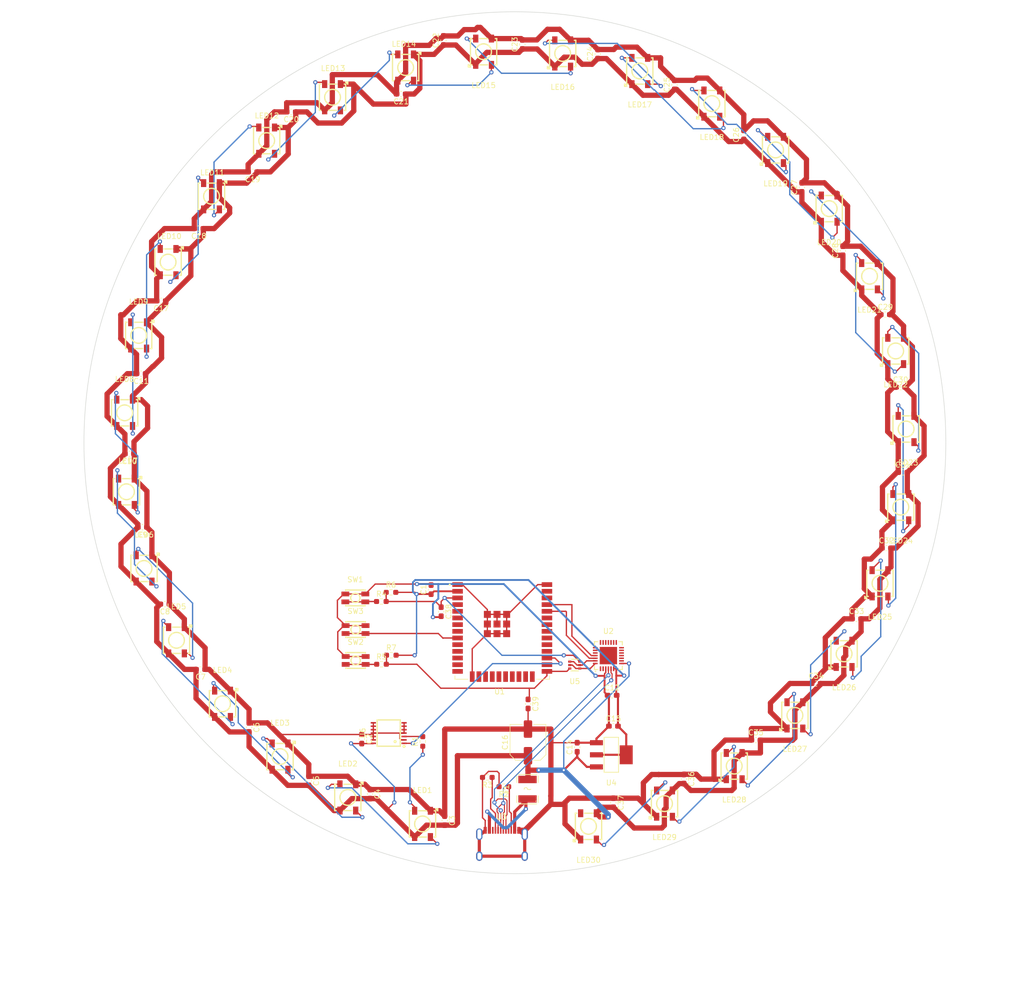
<source format=kicad_pcb>
(kicad_pcb (version 20211014) (generator pcbnew)
  (layers (0 "F.Cu" signal) (31 "B.Cu" signal) (34 "B.Paste" user) (35 "F.Paste" user) (36 "B.SilkS" user "B.Silkscreen") (37 "F.SilkS" user "F.Silkscreen") (38 "B.Mask" user) (39 "F.Mask" user) (44 "Edge.Cuts" user))
  (net 0 "")
  (net 1 "GND")
  (net 2 "+3V3")
  (net 3 "+5V")
  (net 4 "RESET")
  (net 5 "IO0")
  (net 6 "VBUS")
  (net 7 "Net-(LED1-Pad2)")
  (net 8 "LED DATA OUT")
  (net 9 "Net-(LED2-Pad2)")
  (net 10 "Net-(LED3-Pad2)")
  (net 11 "Net-(LED4-Pad2)")
  (net 12 "Net-(LED5-Pad2)")
  (net 13 "Net-(LED6-Pad2)")
  (net 14 "Net-(LED7-Pad2)")
  (net 15 "Net-(LED8-Pad2)")
  (net 16 "Net-(LED10-Pad3)")
  (net 17 "Net-(LED10-Pad2)")
  (net 18 "Net-(LED11-Pad2)")
  (net 19 "Net-(LED12-Pad2)")
  (net 20 "Net-(LED13-Pad2)")
  (net 21 "Net-(LED14-Pad2)")
  (net 22 "Net-(LED15-Pad2)")
  (net 23 "Net-(LED16-Pad2)")
  (net 24 "Net-(LED17-Pad2)")
  (net 25 "Net-(LED18-Pad2)")
  (net 26 "Net-(LED19-Pad2)")
  (net 27 "Net-(LED20-Pad2)")
  (net 28 "Net-(LED21-Pad2)")
  (net 29 "Net-(LED22-Pad2)")
  (net 30 "Net-(LED23-Pad2)")
  (net 31 "Net-(LED24-Pad2)")
  (net 32 "Net-(LED25-Pad2)")
  (net 33 "Net-(LED26-Pad2)")
  (net 34 "Net-(LED27-Pad2)")
  (net 35 "Net-(LED28-Pad2)")
  (net 36 "Net-(LED29-Pad2)")
  (net 38 "Net-(R1-Pad2)")
  (net 39 "USB-C CC2")
  (net 40 "USB-C CC1")
  (net 41 "Net-(R4-Pad1)")
  (net 42 "Net-(R5-Pad1)")
  (net 43 "IO33{slash}MAINBUTTON")
  (net 44 "IO16{slash}LED1")
  (net 45 "RXD")
  (net 46 "TXD")
  (net 47 "DTR")
  (net 48 "RTS")
  (net 49 "USB-C DATA -")
  (net 50 "USB-C DATA +")
  (footprint "Capacitor_SMD:C_0603_1608Metric_Pad1.08x0.95mm_HandSolder" (layer "F.Cu") (at 287.3 162.66)
    (fp_text reference "C32")
    (fp_text value "0.1uF")
  )
  (footprint "Resistor_SMD:R_0603_1608Metric_Pad0.98x0.95mm_HandSolder" (layer "F.Cu") (at 199.07 199.46 90)
    (fp_text reference "R1")
    (fp_text value "62")
  )
  (footprint "Resistor_SMD:R_0603_1608Metric_Pad0.98x0.95mm_HandSolder" (layer "F.Cu") (at 214.5 208.07 180)
    (fp_text reference "R2")
    (fp_text value "5.1K")
  )
  (footprint "footprint:LED-SMD_4P-L5.0-W5.0-BL_XL-5050RGBC" (layer "F.Cu") (at 145.013788 122.05)
    (fp_text reference "LED9")
    (fp_text value "XL-5050RGBC-WS2812B")
  )
  (footprint "Capacitor_SMD:C_0603_1608Metric_Pad1.08x0.95mm_HandSolder" (layer "F.Cu") (at 279.01 106.09 90)
    (fp_text reference "C28")
    (fp_text value "0.1uF")
  )
  (footprint "footprint:F1812" (layer "F.Cu") (at 219 208.55 90)
    (fp_text reference "F1")
    (fp_text value "BSMD1812-300-16V")
  )
  (footprint "Capacitor_SMD:C_0603_1608Metric_Pad1.08x0.95mm_HandSolder" (layer "F.Cu") (at 260.15 84.05 90)
    (fp_text reference "C26")
    (fp_text value "0.1uF")
  )
  (footprint "Capacitor_SMD:C_0603_1608Metric_Pad1.08x0.95mm_HandSolder" (layer "F.Cu") (at 219.11 192.32 -90)
    (fp_text reference "C39")
    (fp_text value "1nF")
  )
  (footprint "Resistor_SMD:R_0603_1608Metric_Pad0.98x0.95mm_HandSolder" (layer "F.Cu") (at 191.19 172.830064)
    (fp_text reference "R4")
    (fp_text value "220")
  )
  (footprint "Capacitor_SMD:C_0603_1608Metric_Pad1.08x0.95mm_HandSolder" (layer "F.Cu") (at 187.46 199 -90)
    (fp_text reference "C2")
    (fp_text value "0.1uF")
  )
  (footprint "footprint:LED-SMD_4P-L5.0-W5.0-BL_XL-5050RGBC" (layer "F.Cu") (at 150.613788 108.1)
    (fp_text reference "LED10")
    (fp_text value "XL-5050RGBC-WS2812B")
  )
  (footprint "Capacitor_SMD:C_0603_1608Metric_Pad1.08x0.95mm_HandSolder" (layer "F.Cu") (at 246.96 74.53 90)
    (fp_text reference "C25")
    (fp_text value "0.1uF")
  )
  (footprint "Capacitor_SMD:C_0603_1608Metric_Pad1.08x0.95mm_HandSolder" (layer "F.Cu") (at 218.02 66.8375 90)
    (fp_text reference "C23")
    (fp_text value "0.1uF")
  )
  (footprint "footprint:LED-SMD_4P-L5.0-W5.0-BL_XL-5050RGBC" (layer "F.Cu") (at 258.33 204.3 180)
    (fp_text reference "LED28")
    (fp_text value "XL-5050RGBC-WS2812B")
  )
  (footprint "footprint:LED-SMD_4P-L5.0-W5.0-BL_XL-5050RGBC" (layer "F.Cu") (at 279.24 182.94 180)
    (fp_text reference "LED26")
    (fp_text value "XL-5050RGBC-WS2812B")
  )
  (footprint "Capacitor_SMD:C_0603_1608Metric_Pad1.08x0.95mm_HandSolder" (layer "F.Cu") (at 202.57 174.77 -90)
    (fp_text reference "C38")
    (fp_text value "1nF")
  )
  (footprint "footprint:LED-SMD_4P-L5.0-W5.0-BL_XL-5050RGBC" (layer "F.Cu") (at 184.81 209.96)
    (fp_text reference "LED2")
    (fp_text value "XL-5050RGBC-WS2812B")
  )
  (footprint "footprint:USB-3.1-SMD_U262-161N-4BVC11" (layer "F.Cu") (at 214.049959 219.997592)
    (fp_text reference "U3")
    (fp_text value "U262-161N-4BVC11")
  )
  (footprint "Resistor_SMD:R_0603_1608Metric_Pad0.98x0.95mm_HandSolder" (layer "F.Cu") (at 193.02 171.090128)
    (fp_text reference "R6")
    (fp_text value "10K")
  )
  (footprint "Capacitor_SMD:C_0603_1608Metric_Pad1.08x0.95mm_HandSolder" (layer "F.Cu") (at 228.45 200.56 90)
    (fp_text reference "C14")
    (fp_text value "10uF")
  )
  (footprint "footprint:SOT-223-4_L6.5-W3.5-P2.30-LS7.0-BR" (layer "F.Cu") (at 234.95 202 180)
    (fp_text reference "U4")
    (fp_text value "BL1117-33CX")
  )
  (footprint "footprint:LED-SMD_4P-L5.0-W5.0-BL_XL-5050RGBC" (layer "F.Cu") (at 210.643788 68.37 180)
    (fp_text reference "LED15")
    (fp_text value "XL-5050RGBC-WS2812B")
  )
  (footprint "footprint:LED-SMD_4P-L5.0-W5.0-BL_XL-5050RGBC" (layer "F.Cu") (at 276.403788 98.23 180)
    (fp_text reference "LED20")
    (fp_text value "XL-5050RGBC-WS2812B")
  )
  (footprint "footprint:LED-SMD_4P-L5.0-W5.0-BL_XL-5050RGBC" (layer "F.Cu") (at 245.07 211.44 180)
    (fp_text reference "LED29")
    (fp_text value "XL-5050RGBC-WS2812B")
  )
  (footprint "footprint:LED-SMD_4P-L5.0-W5.0-BL_XL-5050RGBC" (layer "F.Cu") (at 225.693788 68.7 180)
    (fp_text reference "LED16")
    (fp_text value "XL-5050RGBC-WS2812B")
  )
  (footprint "footprint:LED-SMD_4P-L5.0-W5.0-BL_XL-5050RGBC" (layer "F.Cu") (at 160.97 192.14)
    (fp_text reference "LED4")
    (fp_text value "XL-5050RGBC-WS2812B")
  )
  (footprint "Capacitor_SMD:C_0603_1608Metric_Pad1.08x0.95mm_HandSolder" (layer "F.Cu") (at 273.91 188.43)
    (fp_text reference "C34")
    (fp_text value "0.1uF")
  )
  (footprint "Capacitor_SMD:C_0603_1608Metric_Pad1.08x0.95mm_HandSolder" (layer "F.Cu") (at 156.46 101.87 180)
    (fp_text reference "C18")
    (fp_text value "0.1uF")
  )
  (footprint "footprint:SC-70-6_L2.2-W1.3-P0.65-LS2.1-BR" (layer "F.Cu") (at 227.987073 184.926856 180)
    (fp_text reference "U5")
    (fp_text value "UMH3N")
  )
  (footprint "Capacitor_SMD:C_0603_1608Metric_Pad1.08x0.95mm_HandSolder" (layer "F.Cu") (at 289.99 132.05)
    (fp_text reference "C30")
    (fp_text value "0.1uF")
  )
  (footprint "Capacitor_SMD:C_0603_1608Metric_Pad1.08x0.95mm_HandSolder" (layer "F.Cu") (at 150 173.33 180)
    (fp_text reference "C8")
    (fp_text value "0.1uF")
  )
  (footprint "Capacitor_SMD:C_0603_1608Metric_Pad1.08x0.95mm_HandSolder" (layer "F.Cu") (at 262.4625 199.2)
    (fp_text reference "C35")
    (fp_text value "0.1uF")
  )
  (footprint "Capacitor_SMD:C_0603_1608Metric_Pad1.08x0.95mm_HandSolder" (layer "F.Cu") (at 166.7 91.09 180)
    (fp_text reference "C19")
    (fp_text value "0.1uF")
  )
  (footprint "footprint:LED-SMD_4P-L5.0-W5.0-BL_XL-5050RGBC" (layer "F.Cu") (at 146.033788 166.39)
    (fp_text reference "LED6")
    (fp_text value "XL-5050RGBC-WS2812B")
  )
  (footprint "footprint:TSSOP-14_L5.0-W4.4-P0.65-LS6.5-BL" (layer "F.Cu") (at 192.589125 197.865346 90)
    (fp_text reference "U6")
    (fp_text value "SN74AHCT32QPWRQ1")
  )
  (footprint "footprint:LED-SMD_4P-L5.0-W5.0-BL_XL-5050RGBC" (layer "F.Cu") (at 289.053788 125.31 180)
    (fp_text reference "LED22")
    (fp_text value "XL-5050RGBC-WS2812B")
  )
  (footprint "Capacitor_SMD:C_0603_1608Metric_Pad1.08x0.95mm_HandSolder" (layer "F.Cu") (at 145.47 129.48 180)
    (fp_text reference "C11")
    (fp_text value "0.1uF")
  )
  (footprint "Capacitor_SMD:C_0603_1608Metric_Pad1.08x0.95mm_HandSolder" (layer "F.Cu") (at 203.01 66.08 90)
    (fp_text reference "C22")
    (fp_text value "0.1uF")
  )
  (footprint "Capacitor_SMD:C_0603_1608Metric_Pad1.08x0.95mm_HandSolder" (layer "F.Cu") (at 287.08 118.24)
    (fp_text reference "C29")
    (fp_text value "0.1uF")
  )
  (footprint "Capacitor_SMD:C_Elec_6.3x5.4" (layer "F.Cu") (at 219.09 199.64 90)
    (fp_text reference "C16")
    (fp_text value "220uF")
  )
  (footprint "footprint:LED-SMD_4P-L5.0-W5.0-BL_XL-5050RGBC" (layer "F.Cu") (at 142.343788 136.78)
    (fp_text reference "LED8")
    (fp_text value "XL-5050RGBC-WS2812B")
  )
  (footprint "Capacitor_SMD:C_0603_1608Metric_Pad1.08x0.95mm_HandSolder" (layer "F.Cu") (at 235.34 211.12 -90)
    (fp_text reference "C37")
    (fp_text value "0.1uF")
  )
  (footprint "Capacitor_SMD:C_0603_1608Metric_Pad1.08x0.95mm_HandSolder" (layer "F.Cu") (at 177.38 206.95 -90)
    (fp_text reference "C5")
    (fp_text value "0.1uF")
  )
  (footprint "Capacitor_SMD:C_0603_1608Metric_Pad1.08x0.95mm_HandSolder" (layer "F.Cu") (at 290.41 148.26)
    (fp_text reference "C31")
    (fp_text value "0.1uF")
  )
  (footprint "footprint:SW-SMD_4P-L3.7-W3.0-P1.50-LS4.7" (layer "F.Cu") (at 186.28 178.170064)
    (fp_text reference "SW3")
    (fp_text value "TS-1185EC-C-D-B")
  )
  (footprint "Capacitor_SMD:C_0603_1608Metric_Pad1.08x0.95mm_HandSolder" (layer "F.Cu") (at 232.36 68.66 90)
    (fp_text reference "C24")
    (fp_text value "0.1uF")
  )
  (footprint "footprint:LED-SMD_4P-L5.0-W5.0-BL_XL-5050RGBC" (layer "F.Cu") (at 181.903788 76.73)
    (fp_text reference "LED13")
    (fp_text value "XL-5050RGBC-WS2812B")
  )
  (footprint "Capacitor_SMD:C_0603_1608Metric_Pad1.08x0.95mm_HandSolder" (layer "F.Cu") (at 145.72 158.7 180)
    (fp_text reference "C9")
    (fp_text value "0.1uF")
  )
  (footprint "footprint:LED-SMD_4P-L5.0-W5.0-BL_XL-5050RGBC" (layer "F.Cu") (at 158.873788 95.57)
    (fp_text reference "LED11")
    (fp_text value "XL-5050RGBC-WS2812B")
  )
  (footprint "Resistor_SMD:R_0603_1608Metric_Pad0.98x0.95mm_HandSolder" (layer "F.Cu") (at 211.35 206.3 180)
    (fp_text reference "R3")
    (fp_text value "5.1K")
  )
  (footprint "Capacitor_SMD:C_0603_1608Metric_Pad1.08x0.95mm_HandSolder" (layer "F.Cu") (at 248.77 206.61 -90)
    (fp_text reference "C36")
    (fp_text value "0.1uF")
  )
  (footprint "Resistor_SMD:R_0603_1608Metric_Pad0.98x0.95mm_HandSolder" (layer "F.Cu") (at 191.217424 184.77)
    (fp_text reference "R5")
    (fp_text value "220")
  )
  (footprint "footprint:QFN-28_L5.0-W5.0-P0.50-BL-EP" (layer "F.Cu") (at 234.389797 183.12493)
    (fp_text reference "U2")
    (fp_text value "CP2102-GMR")
  )
  (footprint "footprint:LED-SMD_4P-L5.0-W5.0-BL_XL-5050RGBC" (layer "F.Cu") (at 254.073788 78.24 180)
    (fp_text reference "LED18")
    (fp_text value "XL-5050RGBC-WS2812B")
  )
  (footprint "footprint:LED-SMD_4P-L5.0-W5.0-BL_XL-5050RGBC" (layer "F.Cu") (at 142.69 151.8)
    (fp_text reference "LED7")
    (fp_text value "XL-5050RGBC-WS2812B")
  )
  (footprint "footprint:LED-SMD_4P-L5.0-W5.0-BL_XL-5050RGBC" (layer "F.Cu") (at 230.61 215.77 180)
    (fp_text reference "LED30")
    (fp_text value "XL-5050RGBC-WS2812B")
  )
  (footprint "footprint:LED-SMD_4P-L5.0-W5.0-BL_XL-5050RGBC" (layer "F.Cu") (at 171.913788 202.19)
    (fp_text reference "LED3")
    (fp_text value "XL-5050RGBC-WS2812B")
  )
  (footprint "Capacitor_SMD:C_0603_1608Metric_Pad1.08x0.95mm_HandSolder" (layer "F.Cu") (at 271.21 94.03 90)
    (fp_text reference "C27")
    (fp_text value "0.1uF")
  )
  (footprint "footprint:LED-SMD_4P-L5.0-W5.0-BL_XL-5050RGBC" (layer "F.Cu") (at 291.04 140.16 180)
    (fp_text reference "LED23")
    (fp_text value "XL-5050RGBC-WS2812B")
  )
  (footprint "footprint:SW-SMD_4P-L3.7-W3.0-P1.50-LS4.7" (layer "F.Cu") (at 186.24 172.150064)
    (fp_text reference "SW1")
    (fp_text value "TS-1185EC-C-D-B")
  )
  (footprint "footprint:LED-SMD_4P-L5.0-W5.0-BL_XL-5050RGBC" (layer "F.Cu") (at 240.363788 72.04 180)
    (fp_text reference "LED17")
    (fp_text value "XL-5050RGBC-WS2812B")
  )
  (footprint "footprint:WIFI-SMD_ESP32-WROOM-32E" (layer "F.Cu") (at 213.4428 175.80815)
    (fp_text reference "U1")
    (fp_text value "ESP32-WROOM-32E")
  )
  (footprint "Capacitor_SMD:C_0603_1608Metric_Pad1.08x0.95mm_HandSolder" (layer "F.Cu") (at 189.03 209.47 -90)
    (fp_text reference "C4")
    (fp_text value "0.1uF")
  )
  (footprint "footprint:LED-SMD_4P-L5.0-W5.0-BL_XL-5050RGBC" (layer "F.Cu") (at 199.023788 215)
    (fp_text reference "LED1")
    (fp_text value "XL-5050RGBC-WS2812B")
  )
  (footprint "footprint:LED-SMD_4P-L5.0-W5.0-BL_XL-5050RGBC" (layer "F.Cu") (at 169.37 84.99)
    (fp_text reference "LED12")
    (fp_text value "XL-5050RGBC-WS2812B")
  )
  (footprint "footprint:SW-SMD_4P-L3.7-W3.0-P1.50-LS4.7" (layer "F.Cu") (at 186.3 184.050064)
    (fp_text reference "SW2")
    (fp_text value "TS-1185EC-C-D-B")
  )
  (footprint "Capacitor_SMD:C_0603_1608Metric_Pad1.08x0.95mm_HandSolder" (layer "F.Cu") (at 203.243788 214.53 -90)
    (fp_text reference "C3")
    (fp_text value "0.1uF")
  )
  (footprint "footprint:LED-SMD_4P-L5.0-W5.0-BL_XL-5050RGBC" (layer "F.Cu") (at 266.203788 87.06 180)
    (fp_text reference "LED19")
    (fp_text value "XL-5050RGBC-WS2812B")
  )
  (footprint "footprint:LED-SMD_4P-L5.0-W5.0-BL_XL-5050RGBC" (layer "F.Cu") (at 269.88 194.65 180)
    (fp_text reference "LED27")
    (fp_text value "XL-5050RGBC-WS2812B")
  )
  (footprint "Capacitor_SMD:C_0603_1608Metric_Pad1.08x0.95mm_HandSolder" (layer "F.Cu") (at 166.02 196.79 -90)
    (fp_text reference "C6")
    (fp_text value "0.1uF")
  )
  (footprint "Capacitor_SMD:C_0603_1608Metric_Pad1.08x0.95mm_HandSolder" (layer "F.Cu") (at 156.79 185.75 180)
    (fp_text reference "C7")
    (fp_text value "0.1uF")
  )
  (footprint "footprint:LED-SMD_4P-L5.0-W5.0-BL_XL-5050RGBC" (layer "F.Cu") (at 290.033788 155.03 180)
    (fp_text reference "LED24")
    (fp_text value "XL-5050RGBC-WS2812B")
  )
  (footprint "Capacitor_SMD:C_0603_1608Metric_Pad1.08x0.95mm_HandSolder" (layer "F.Cu") (at 235.35 196.55)
    (fp_text reference "C15")
    (fp_text value "10uF")
  )
  (footprint "Capacitor_SMD:C_0603_1608Metric_Pad1.08x0.95mm_HandSolder" (layer "F.Cu") (at 143.26 144.73 180)
    (fp_text reference "C10")
    (fp_text value "0.1uF")
  )
  (footprint "Capacitor_SMD:C_0603_1608Metric_Pad1.08x0.95mm_HandSolder" (layer "F.Cu") (at 174.04 79.67 180)
    (fp_text reference "C20")
    (fp_text value "0.1uF")
  )
  (footprint "footprint:LED-SMD_4P-L5.0-W5.0-BL_XL-5050RGBC" (layer "F.Cu") (at 284.083788 111.09 180)
    (fp_text reference "LED21")
    (fp_text value "XL-5050RGBC-WS2812B")
  )
  (footprint "Capacitor_SMD:C_0603_1608Metric_Pad1.08x0.95mm_HandSolder" (layer "F.Cu") (at 200.6556 170.5763 90)
    (fp_text reference "C1")
    (fp_text value "0.1uF")
  )
  (footprint "footprint:LED-SMD_4P-L5.0-W5.0-BL_XL-5050RGBC" (layer "F.Cu") (at 195.813788 71.08)
    (fp_text reference "LED14")
    (fp_text value "XL-5050RGBC-WS2812B")
  )
  (footprint "footprint:LED-SMD_4P-L5.0-W5.0-BL_XL-5050RGBC" (layer "F.Cu") (at 152.21 180.06)
    (fp_text reference "LED5")
    (fp_text value "XL-5050RGBC-WS2812B")
  )
  (footprint "Capacitor_SMD:C_0603_1608Metric_Pad1.08x0.95mm_HandSolder" (layer "F.Cu") (at 235.1 190.68)
    (fp_text reference "C12")
    (fp_text value "0.1uF")
  )
  (footprint "Capacitor_SMD:C_0603_1608Metric_Pad1.08x0.95mm_HandSolder" (layer "F.Cu") (at 281.61 176.13)
    (fp_text reference "C33")
    (fp_text value "0.1uF")
  )
  (footprint "Capacitor_SMD:C_0603_1608Metric_Pad1.08x0.95mm_HandSolder" (layer "F.Cu") (at 149.3 115.63 180)
    (fp_text reference "C17")
    (fp_text value "0.1uF")
  )
  (footprint "Resistor_SMD:R_0603_1608Metric_Pad0.98x0.95mm_HandSolder" (layer "F.Cu") (at 193.08 183.05)
    (fp_text reference "R7")
    (fp_text value "10K")
  )
  (footprint "Capacitor_SMD:C_0603_1608Metric_Pad1.08x0.95mm_HandSolder" (layer "F.Cu") (at 194.95 76.27 180)
    (fp_text reference "C21")
    (fp_text value "0.1uF")
  )
  (footprint "footprint:LED-SMD_4P-L5.0-W5.0-BL_XL-5050RGBC" (layer "F.Cu") (at 286.07 169.52 180)
    (fp_text reference "LED25")
    (fp_text value "XL-5050RGBC-WS2812B")
  )
  (gr_circle (center 216.6 142.62) (end 298.6 142.62) (layer "Edge.Cuts") (width 0.1) (fill none))
  (segment (start 173.45 82.64) (end 174.9025 81.1875) (width 1) (layer "F.Cu") (net 1))
  (segment (start 279.251232 176.13) (end 275.67 179.711232) (width 1) (layer "F.Cu") (net 1))
  (segment (start 223.44 211.43) (end 219.66 215.21) (width 1) (layer "F.Cu") (net 1))
  (segment (start 252.02 206.63) (end 251.1 205.71) (width 1) (layer "F.Cu") (net 1))
  (segment (start 235.34 210.2575) (end 226.9525 210.2575) (width 1) (layer "F.Cu") (net 1))
  (segment (start 150.8625 173.33) (end 150.8625 167.368966) (width 1) (layer "F.Cu") (net 1))
  (segment (start 276.049854 185.29) (end 273.0475 188.292354) (width 1) (layer "F.Cu") (net 1))
  (segment (start 189.62061 198.1375) (end 189.664055 198.094055) (width 0.25) (layer "F.Cu") (net 1))
  (segment (start 211.5775 205.16) (end 213.24 205.16) (width 0.25) (layer "F.Cu") (net 1))
  (segment (start 261.6 199.2) (end 256.631232 199.2) (width 1) (layer "F.Cu") (net 1))
  (segment (start 240.037754 210.2575) (end 235.34 210.2575) (width 1) (layer "F.Cu") (net 1))
  (segment (start 282.584042 113.44) (end 282.584042 114.606542) (width 1) (layer "F.Cu") (net 1))
  (segment (start 174.9025 81.1875) (end 174.9025 79.67) (width 1) (layer "F.Cu") (net 1))
  (segment (start 146.5825 151.842754) (end 144.189746 149.45) (width 1) (layer "F.Cu") (net 1))
  (segment (start 203.3375 197.1025) (end 219.09 197.1025) (width 1) (layer "F.Cu") (net 1))
  (segment (start 265.23 193.849746) (end 268.380254 197) (width 1) (layer "F.Cu") (net 1))
  (segment (start 220.844042 67.7) (end 224.194042 71.05) (width 1) (layer "F.Cu") (net 1))
  (segment (start 165.570146 93.22) (end 167.5625 91.227646) (width 1) (layer "F.Cu") (net 1))
  (segment (start 154.82 105.75) (end 157.3225 103.2475) (width 1) (layer "F.Cu") (net 1))
  (segment (start 277.5125 106.9525) (end 279.01 106.9525) (width 1) (layer "F.Cu") (net 1))
  (segment (start 184.400076 183.3) (end 184.299936 183.3) (width 0.25) (layer "F.Cu") (net 1))
  (segment (start 288.534042 157.38) (end 286.4375 159.476542) (width 1) (layer "F.Cu") (net 1))
  (segment (start 228.45 199.6975) (end 223.4775 199.6975) (width 0.25) (layer "F.Cu") (net 1))
  (segment (start 195.8125 76.27) (end 197.422556 76.27) (width 1) (layer "F.Cu") (net 1))
  (segment (start 283.25 171.87) (end 280.7475 174.3725) (width 1) (layer "F.Cu") (net 1))
  (segment (start 261.68 197) (end 261.6 197.08) (width 1) (layer "F.Cu") (net 1))
  (segment (start 268.93 188.43) (end 265.23 192.13) (width 1) (layer "F.Cu") (net 1))
  (segment (start 273.0475 188.43) (end 268.93 188.43) (width 1) (layer "F.Cu") (net 1))
  (segment (start 174.9025 79.67) (end 177.02 79.67) (width 1) (layer "F.Cu") (net 1))
  (segment (start 220.94515 169.61485) (end 222.6979 169.61485) (width 0.25) (layer "F.Cu") (net 1))
  (segment (start 257.296542 85.3125) (end 259.75 85.3125) (width 1) (layer "F.Cu") (net 1))
  (segment (start 282.584042 114.606542) (end 286.2175 118.24) (width 1) (layer "F.Cu") (net 1))
  (segment (start 160.373534 93.22) (end 165.570146 93.22) (width 1) (layer "F.Cu") (net 1))
  (segment (start 213.1979 175.27985) (end 213.1979 177.11485) (width 0.25) (layer "F.Cu") (net 1))
  (segment (start 277.740254 185.29) (end 276.049854 185.29) (width 1) (layer "F.Cu") (net 1))
  (segment (start 232.1151 199.700025) (end 232.1151 198.9224) (width 0.4) (layer "F.Cu") (net 1))
  (segment (start 254.51 206.65) (end 256.830254 206.65) (width 1) (layer "F.Cu") (net 1))
  (segment (start 185.94 74.45) (end 185.87 74.38) (width 1) (layer "F.Cu") (net 1))
  (segment (start 209.144042 70.47) (end 211.264042 68.35) (width 1) (layer "F.Cu") (net 1))
  (segment (start 177.02 79.67) (end 179.14 81.79) (width 1) (layer "F.Cu") (net 1))
  (segment (start 289.3 148.26) (end 286.54 151.02) (width 1) (layer "F.Cu") (net 1))
  (segment (start 233.75 186.47939) (end 233.889492 186.339898) (width 0.25) (layer "F.Cu") (net 1))
  (segment (start 289.5475 148.26) (end 289.3 148.26) (width 1) (layer "F.Cu") (net 1))
  (segment (start 211.3629 174.36485) (end 206.6129 169.61485) (width 0.25) (layer "F.Cu") (net 1))
  (segment (start 226.9525 210.2575) (end 226.13 211.08) (width 1) (layer "F.Cu") (net 1))
  (segment (start 189.03 208.6075) (end 188.0325 207.61) (width 1) (layer "F.Cu") (net 1))
  (segment (start 197.96 169.51) (end 200.4518 169.51) (width 0.35) (layer "F.Cu") (net 1))
  (segment (start 146.5825 158.7) (end 146.5825 151.842754) (width 1) (layer "F.Cu") (net 1))
  (segment (start 203.25 197.19) (end 203.3375 197.1025) (width 1) (layer "F.Cu") (net 1))
  (segment (start 215.28015 175.27985) (end 220.94515 169.61485) (width 0.25) (layer "F.Cu") (net 1))
  (segment (start 166.02 195.9275) (end 166.02 193.340254) (width 1) (layer "F.Cu") (net 1))
  (segment (start 231.28 70.6025) (end 232.36 69.5225) (width 1) (layer "F.Cu") (net 1))
  (segment (start 158.429746 185.75) (end 157.6525 185.75) (width 1) (layer "F.Cu") (net 1))
  (segment (start 260.15 84.9125) (end 260.206542 84.9125) (width 1) (layer "F.Cu") (net 1))
  (segment (start 211.3629 178.94985) (end 211.3629 177.11485) (width 0.25) (layer "F.Cu") (net 1))
  (segment (start 271.21 94.8925) (end 271.21 96.885958) (width 1) (layer "F.Cu") (net 1))
  (segment (start 260.206542 84.9125) (end 264.704042 89.41) (width 1) (layer "F.Cu") (net 1))
  (segment (start 229.39531 70.6025) (end 231.28 70.6025) (width 1) (layer "F.Cu") (net 1))
  (segment (start 218.502444 216.367556) (end 217.549521 216.367556) (width 1) (layer "F.Cu") (net 1))
  (segment (start 259.75 85.3125) (end 260.15 84.9125) (width 1) (layer "F.Cu") (net 1))
  (segment (start 144.189746 149.45) (end 144.189746 144.797246) (width 1) (layer "F.Cu") (net 1))
  (segment (start 271.21 96.885958) (end 274.904042 100.58) (width 1) (layer "F.Cu") (net 1))
  (segment (start 160.373534 95.973534) (end 160.373534 93.22) (width 1) (layer "F.Cu") (net 1))
  (segment (start 177.38 203.806466) (end 173.413534 199.84) (width 1) (layer "F.Cu") (net 1))
  (segment (start 275.67 185.24) (end 275.72 185.29) (width 1) (layer "F.Cu") (net 1))
  (segment (start 195.514195 195.915384) (end 195.514195 197.865346) (width 0.25) (layer "F.Cu") (net 1))
  (segment (start 188.139924 171.4) (end 188.530064 171.4) (width 0.25) (layer "F.Cu") (net 1))
  (segment (start 279.01 106.9525) (end 279.01 109.865958) (width 1) (layer "F.Cu") (net 1))
  (segment (start 194.694383 197.939857) (end 194.694383 198.904383) (width 0.25) (layer "F.Cu") (net 1))
  (segment (start 217.37 68.35) (end 218.02 67.7) (width 1) (layer "F.Cu") (net 1))
  (segment (start 189.664055 197.865346) (end 195.514195 197.865346) (width 0.25) (layer "F.Cu") (net 1))
  (segment (start 195.87 76.3275) (end 195.8125 76.27) (width 1) (layer "F.Cu") (net 1))
  (segment (start 233.889492 186.339898) (end 233.889492 185.624879) (width 0.25) (layer "F.Cu") (net 1))
  (segment (start 254.49 206.63) (end 254.51 206.65) (width 1) (layer "F.Cu") (net 1))
  (segment (start 188.0325 207.61) (end 186.309746 207.61) (width 1) (layer "F.Cu") (net 1))
  (segment (start 210.960102 214.499964) (end 210.950061 214.510005) (width 0.25) (layer "F.Cu") (net 1))
  (segment (start 190.029924 169.51) (end 197.96 169.51) (width 0.25) (layer "F.Cu") (net 1))
  (segment (start 248.8075 205.71) (end 248.77 205.7475) (width 1) (layer "F.Cu") (net 1))
  (segment (start 219.66 215.21) (end 218.47 216.4) (width 1) (layer "F.Cu") (net 1))
  (segment (start 232.36 69.5225) (end 233.996542 69.5225) (width 1) (layer "F.Cu") (net 1))
  (segment (start 211.3629 178.94985) (end 208.4829 181.82985) (width 0.25) (layer "F.Cu") (net 1))
  (segment (start 241.05 211.269746) (end 243.570254 213.79) (width 1) (layer "F.Cu") (net 1))
  (segment (start 208.4829 181.82985) (end 208.4829 187.12485) (width 0.25) (layer "F.Cu") (net 1))
  (segment (start 150.1625 115.63) (end 154.94 110.8525) (width 1) (layer "F.Cu") (net 1))
  (segment (start 219.66 215.21) (end 218.502444 216.367556) (width 1) (layer "F.Cu") (net 1))
  (segment (start 211.3629 175.27985) (end 213.1979 175.27985) (width 0.25) (layer "F.Cu") (net 1))
  (segment (start 223.4725 198.3975) (end 223.45 198.42) (width 0.25) (layer "F.Cu") (net 1))
  (segment (start 184.299936 183.3) (end 182.9 181.900064) (width 0.25) (layer "F.Cu") (net 1))
  (segment (start 224.194042 71.05) (end 225.984042 69.26) (width 1) (layer "F.Cu") (net 1))
  (segment (start 205.366542 66.9425) (end 209.144042 70.72) (width 1) (layer "F.Cu") (net 1))
  (segment (start 228.452525 199.700025) (end 232.1151 199.700025) (width 0.4) (layer "F.Cu") (net 1))
  (segment (start 223.45 199.67) (end 223.45 209.80541) (width 1) (layer "F.Cu") (net 1))
  (segment (start 184.400076 183.3) (end 188.199924 183.3) (width 0.25) (layer "F.Cu") (net 1))
  (segment (start 162.469746 189.79) (end 158.429746 185.75) (width 1) (layer "F.Cu") (net 1))
  (segment (start 240.976542 76.5025) (end 245.85 76.5025) (width 1) (layer "F.Cu") (net 1))
  (segment (start 188.139924 171.4) (end 190.029924 169.51) (width 0.25) (layer "F.Cu") (net 1))
  (segment (start 223.4775 199.6975) (end 223.45 199.67) (width 0.25) (layer "F.Cu") (net 1))
  (segment (start 275.67 179.711232) (end 275.67 185.24) (width 1) (layer "F.Cu") (net 1))
  (segment (start 285.54 118.96) (end 285.54 125.645958) (width 1) (layer "F.Cu") (net 1))
  (segment (start 234.4875 196.55) (end 234.4875 190.93) (width 0.4) (layer "F.Cu") (net 1))
  (segment (start 203.25 213.661288) (end 203.25 197.19) (width 1) (layer "F.Cu") (net 1))
  (segment (start 198.513045 75.179511) (end 198.513045 69.929511) (width 1) (layer "F.Cu") (net 1))
  (segment (start 241.05 207.33) (end 241.05 211.269746) (width 1) (layer "F.Cu") (net 1))
  (segment (start 279.01 109.865958) (end 282.584042 113.44) (width 1) (layer "F.Cu") (net 1))
  (segment (start 243.961232 205.75) (end 242.63 205.75) (width 1) (layer "F.Cu") (net 1))
  (segment (start 287.554042 127.66) (end 287.554042 130.476542) (width 1) (layer "F.Cu") (net 1))
  (segment (start 284.3375 164.76) (end 283.09 164.76) (width 1) (layer "F.Cu") (net 1))
  (segment (start 150.8625 167.368966) (end 147.533534 164.04) (width 1) (layer "F.Cu") (net 1))
  (segment (start 211.264042 68.35) (end 217.37 68.35) (width 1) (layer "F.Cu") (net 1))
  (segment (start 254.49 206.63) (end 252.02 206.63) (width 1) (layer "F.Cu") (net 1))
  (segment (start 184.080076 177.42) (end 184.380076 177.42) (width 0.25) (layer "F.Cu") (net 1))
  (segment (start 166.02 193.340254) (end 162.469746 189.79) (width 1) (layer "F.Cu") (net 1))
  (segment (start 261.6 197.08) (end 261.6 199.2) (width 1) (layer "F.Cu") (net 1))
  (segment (start 183.265565 176.305489) (end 183.245425 176.305489) (width 0.25) (layer "F.Cu") (net 1))
  (segment (start 157.3225 103.2475) (end 157.3225 101.87) (width 1) (layer "F.Cu") (net 1))
  (segment (start 173.413534 199.84) (end 171.851767 198.278233) (width 1) (layer "F.Cu") (net 1))
  (segment (start 203.01 66.9425) (end 205.366542 66.9425) (width 1) (layer "F.Cu") (net 1))
  (segment (start 153.709746 177.71) (end 153.709746 176.177246) (width 1) (layer "F.Cu") (net 1))
  (segment (start 184.380076 177.42) (end 183.265565 176.305489) (width 0.25) (layer "F.Cu") (net 1))
  (segment (start 286.54 151.02) (end 286.54 155.385958) (width 1) (layer "F.Cu") (net 1))
  (segment (start 254.49 201.341232) (end 254.49 206.63) (width 1) (layer "F.Cu") (net 1))
  (segment (start 252.574042 80.59) (end 257.296542 85.3125) (width 1) (layer "F.Cu") (net 1))
  (segment (start 218.47 217.11) (end 218.47 221.290086) (width 0.6) (layer "F.Cu") (net 1))
  (segment (start 200.4518 169.51) (end 200.6556 169.7138) (width 0.35) (layer "F.Cu") (net 1))
  (segment (start 184.040076 171.4) (end 184.340076 171.4) (width 0.25) (layer "F.Cu") (net 1))
  (segment (start 288.61 132.05) (end 287.53 133.13) (width 1) (layer "F.Cu") (net 1))
  (segment (start 233.665489 190.107989) (end 233.665489 186.974511) (width 0.35) (layer "F.Cu") (net 1))
  (segment (start 197.313534 68.73) (end 201.2225 68.73) (width 1) (layer "F.Cu") (net 1))
  (segment (start 238.864042 74.39) (end 240.976542 76.5025) (width 1) (layer "F.Cu") (net 1))
  (segment (start 210.4375 213.977362) (end 210.960102 214.499964) (width 0.25) (layer "F.Cu") (net 1))
  (segment (start 157.6525 181.652754) (end 153.709746 177.71) (width 1) (layer "F.Cu") (net 1))
  (segment (start 144.189746 144.797246) (end 144.1225 144.73) (width 1) (layer "F.Cu") (net 1))
  (segment (start 149.37 126.51) (end 149.37 122.556466) (width 1) (layer "F.Cu") (net 1))
  (segment (start 274.904042 100.58) (end 274.904042 104.344042) (width 1) (layer "F.Cu") (net 1))
  (segment (start 162.32 97.92) (end 160.373534 95.973534) (width 1) (layer "F.Cu") (net 1))
  (segment (start 153.709746 176.177246) (end 150.8625 173.33) (width 1) (layer "F.Cu") (net 1))
  (segment (start 233.996542 69.5225) (end 238.864042 74.39) (width 1) (layer "F.Cu") (net 1))
  (segment (start 223.44 211.43) (end 225.78 211.43) (width 1) (layer "F.Cu") (net 1))
  (segment (start 211.3629 175.27985) (end 211.3629 174.36485) (width 0.25) (layer "F.Cu") (net 1))
  (segment (start 146.71 135.65) (end 145.47 134.41) (width 1) (layer "F.Cu") (net 1))
  (segment (start 283.09 164.76) (end 283.09 170.389746) (width 1) (layer "F.Cu") (net 1))
  (segment (start 210.4375 206.3) (end 210.4375 213.977362) (width 0.25) (layer "F.Cu") (net 1))
  (segment (start 223.45 197.12) (end 223.45 198.42) (width 1) (layer "F.Cu") (net 1))
  (segment (start 184.340076 171.4) (end 188.139924 171.4) (width 0.25) (layer "F.Cu") (net 1))
  (segment (start 198.513045 69.929511) (end 197.313534 68.73) (width 1) (layer "F.Cu") (net 1))
  (segment (start 286.2175 118.2825) (end 285.54 118.96) (width 1) (layer "F.Cu") (net 1))
  (segment (start 283.09 170.389746) (end 284.570254 171.87) (width 1) (layer "F.Cu") (net 1))
  (segment (start 146.513534 119.7) (end 150.1625 116.051034) (width 1) (layer "F.Cu") (net 1))
  (segment (start 246.96 75.3925) (end 247.376542 75.3925) (width 1) (layer "F.Cu") (net 1))
  (segment (start 182.83 175.890064) (end 182.83 172.610076) (width 0.25) (layer "F.Cu") (net 1))
  (segment (start 210.950061 214.510005) (end 210.950061 216.367556) (width 0.25) (layer "F.Cu") (net 1))
  (segment (start 223.4325 197.1025) (end 223.45 197.12) (width 1) (layer "F.Cu") (net 1))
  (segment (start 157.6525 185.75) (end 157.6525 181.652754) (width 1) (layer "F.Cu") (net 1))
  (segment (start 287.53 140.499746) (end 289.540254 142.51) (width 1) (layer "F.Cu") (net 1))
  (segment (start 182.9 178.600076) (end 184.080076 177.42) (width 0.25) (layer "F.Cu") (net 1))
  (segment (start 146.71 139.83) (end 146.71 135.65) (width 1) (layer "F.Cu") (net 1))
  (segment (start 232.1151 198.9224) (end 234.4875 196.55) (width 0.4) (layer "F.Cu") (net 1))
  (segment (start 286.54 155.385958) (end 288.534042 157.38) (width 1) (layer "F.Cu") (net 1))
  (segment (start 209.829918 221.290086) (end 209.829918 217.11) (width 0.6) (layer "F.Cu") (net 1))
  (segment (start 206.6129 169.61485) (end 205.6979 169.61485) (width 0.25) (layer "F.Cu") (net 1))
  (segment (start 248.77 205.7475) (end 243.963732 205.7475) (width 1) (layer "F.Cu") (net 1))
  (segment (start 189.03 208.6075) (end 196.481034 208.6075) (width 1) (layer "F.Cu") (net 1))
  (segment (start 233.665489 186.574511) (end 233.75 186.49) (width 0.25) (layer "F.Cu") (net 1))
  (segment (start 275.72 185.29) (end 277.740254 185.29) (width 1) (layer "F.Cu") (net 1))
  (segment (start 218.47 221.290086) (end 209.829918 221.290086) (width 0.6) (layer "F.Cu") (net 1))
  (segment (start 219.11 193.1825) (end 219.11 197.0825) (width 0.25) (layer "F.Cu") (net 1))
  (segment (start 274.904042 104.344042) (end 277.5125 106.9525) (width 1) (layer "F.Cu") (net 1))
  (segment (start 234.4875 190.93) (end 234.2375 190.68) (width 0.4) (layer "F.Cu") (net 1))
  (segment (start 215.0329 175.27985) (end 215.28015 175.27985) (width 0.25) (layer "F.Cu") (net 1))
  (segment (start 186.309746 207.61) (end 184.787246 206.0875) (width 1) (layer "F.Cu") (net 1))
  (segment (start 145.47 134.41) (end 145.45 134.43) (width 1) (layer "F.Cu") (net 1))
  (segment (start 144.1225 142.4175) (end 146.71 139.83) (width 1) (layer "F.Cu") (net 1))
  (segment (start 150.1625 116.051034) (end 150.1625 115.63) (width 1) (layer "F.Cu") (net 1))
  (segment (start 187.46 198.1375) (end 189.62061 198.1375) (width 0.25) (layer "F.Cu") (net 1))
  (segment (start 157.3225 101.87) (end 159.372556 101.87) (width 1) (layer "F.Cu") (net 1))
  (segment (start 194.694383 198.904383) (end 194.955321 199.165321) (width 0.25) (layer "F.Cu") (net 1))
  (segment (start 145.45 134.43) (end 143.843534 134.43) (width 1) (layer "F.Cu") (net 1))
  (segment (start 268.380254 197) (end 261.68 197) (width 1) (layer "F.Cu") (net 1))
  (segment (start 147.533534 159.651034) (end 146.5825 158.7) (width 1) (layer "F.Cu") (net 1))
  (segment (start 231.965489 186.974511) (end 231.96 186.98) (width 0.25) (layer "F.Cu") (net 1))
  (segment (start 251.1 205.71) (end 248.8075 205.71) (width 1) (layer "F.Cu") (net 1))
  (segment (start 233.665489 186.974511) (end 231.965489 186.974511) (width 0.35) (layer "F.Cu") (net 1))
  (segment (start 218.02 67.7) (end 220.844042 67.7) (width 1) (layer "F.Cu") (net 1))
  (segment (start 209.144042 70.72) (end 209.144042 70.47) (width 1) (layer "F.Cu") (net 1))
  (segment (start 173.45 82.64) (end 170.869746 82.64) (width 1) (layer "F.Cu") (net 1))
  (segment (start 219.11 197.0825) (end 219.09 197.1025) (width 0.25) (layer "F.Cu") (net 1))
  (segment (start 197.422556 76.27) (end 198.513045 75.179511) (width 1) (layer "F.Cu") (net 1))
  (segment (start 185.94 79.492556) (end 185.94 74.45) (width 1) (layer "F.Cu") (net 1))
  (segment (start 185.94 74.45) (end 189.67 78.18) (width 1) (layer "F.Cu") (net 1))
  (segment (start 149.37 122.556466) (end 146.513534 119.7) (width 1) (layer "F.Cu") (net 1))
  (segment (start 242.63 205.75) (end 241.05 207.33) (width 1) (layer "F.Cu") (net 1))
  (segment (start 289.540254 142.51) (end 289.540254 148.252754) (width 1) (layer "F.Cu") (net 1))
  (segment (start 284.570254 171.87) (end 283.25 171.87) (width 1) (layer "F.Cu") (net 1))
  (segment (start 289.1275 132.05) (end 288.61 132.05) (width 1) (layer "F.Cu") (net 1))
  (segment (start 171.9925 198.1375) (end 171.851767 198.278233) (width 0.25) (layer "F.Cu") (net 1))
  (segment (start 143.843534 134.43) (end 143.843534 133.716466) (width 1) (layer "F.Cu") (net 1))
  (segment (start 218.092301 217.11) (end 217.349857 216.367556) (width 0.6) (layer "F.Cu") (net 1))
  (segment (start 183.245425 176.305489) (end 182.83 175.890064) (width 0.25) (layer "F.Cu") (net 1))
  (segment (start 173.47 87.688768) (end 173.47 82.62) (width 1) (layer "F.Cu") (net 1))
  (segment (start 144.1225 144.73) (end 144.1225 142.4175) (width 1) (layer "F.Cu") (net 1))
  (segment (start 285.54 125.645958) (end 287.554042 127.66) (width 1) (layer "F.Cu") (net 1))
  (segment (start 247.376542 75.3925) (end 252.574042 80.59) (width 1) (layer "F.Cu") (net 1))
  (segment (start 215.0329 175.27985) (end 215.0329 177.11485) (width 0.25) (layer "F.Cu") (net 1))
  (segment (start 233.75 186.49) (end 233.75 186.47939) (width 0.25) (layer "F.Cu") (net 1))
  (segment (start 187.46 198.1375) (end 171.9925 198.1375) (width 0.25) (layer "F.Cu") (net 1))
  (segment (start 219.09 197.1025) (end 223.4325 197.1025) (width 1) (layer "F.Cu") (net 1))
  (segment (start 213.5875 205.5075) (end 213.5875 208.07) (width 0.25) (layer "F.Cu") (net 1))
  (segment (start 289.540254 148.252754) (end 289.5475 148.26) (width 1) (layer "F.Cu") (net 1))
  (segment (start 287.554042 130.476542) (end 289.1275 132.05) (width 1) (layer "F.Cu") (net 1))
  (segment (start 211.3629 177.11485) (end 211.3629 175.27985) (width 0.25) (layer "F.Cu") (net 1))
  (segment (start 154.94 110.8525) (end 154.94 105.75) (width 1) (layer "F.Cu") (net 1))
  (segment (start 228.45 199.6975) (end 228.452525 199.700025) (width 0.25) (layer "F.Cu") (net 1))
  (segment (start 189.664055 195.915384) (end 189.664055 198.094055) (width 0.25) (layer "F.Cu") (net 1))
  (segment (start 147.713045 128.099455) (end 147.780545 128.099455) (width 1) (layer "F.Cu") (net 1))
  (segment (start 184.787246 206.0875) (end 177.38 206.0875) (width 1) (layer "F.Cu") (net 1))
  (segment (start 147.533534 164.04) (end 147.533534 159.651034) (width 1) (layer "F.Cu") (net 1))
  (segment (start 167.5625 91.227646) (end 167.5625 91.09) (width 1) (layer "F.Cu") (net 1))
  (segment (start 182.9 181.900064) (end 182.9 178.600076) (width 0.25) (layer "F.Cu") (net 1))
  (segment (start 218.47 216.4) (end 218.47 217.11) (width 1) (layer "F.Cu") (net 1))
  (segment (start 202.226288 212.65) (end 203.243788 213.6675) (width 1) (layer "F.Cu") (net 1))
  (segment (start 210.4375 206.3) (end 211.5775 205.16) (width 0.25) (layer "F.Cu") (net 1))
  (segment (start 189.67 78.18) (end 195.87 78.18) (width 1) (layer "F.Cu") (net 1))
  (segment (start 225.78 211.43) (end 226.13 211.08) (width 1) (layer "F.Cu") (net 1))
  (segment (start 270.186542 94.8925) (end 271.21 94.8925) (width 1) (layer "F.Cu") (net 1))
  (segment (start 162.32 98.922556) (end 162.32 97.92) (width 1) (layer "F.Cu") (net 1))
  (segment (start 152.113534 105.75) (end 154.82 105.75) (width 1) (layer "F.Cu") (net 1))
  (segment (start 233.665489 186.974511) (end 233.665489 186.574511) (width 0.25) (layer "F.Cu") (net 1))
  (segment (start 215.0329 178.94985) (end 213.1979 178.94985) (width 0.25) (layer "F.Cu") (net 1))
  (segment (start 170.068768 91.09) (end 173.47 87.688768) (width 1) (layer "F.Cu") (net 1))
  (segment (start 167.5625 91.09) (end 170.068768 91.09) (width 1) (layer "F.Cu") (net 1))
  (segment (start 196.481034 208.6075) (end 200.523534 212.65) (width 1) (layer "F.Cu") (net 1))
  (segment (start 185.87 74.38) (end 183.403534 74.38) (width 1) (layer "F.Cu") (net 1))
  (segment (start 147.780545 128.099455) (end 149.37 126.51) (width 1) (layer "F.Cu") (net 1))
  (segment (start 189.664055 198.094055) (end 189.664055 199.165321) (width 0.25) (layer "F.Cu") (net 1))
  (segment (start 195.514195 197.865346) (end 194.768894 197.865346) (width 0.25) (layer "F.Cu") (net 1))
  (segment (start 143.843534 133.716466) (end 146.3325 131.2275) (width 1) (layer "F.Cu") (net 1))
  (segment (start 241.05 211.269746) (end 240.037754 210.2575) (width 1) (layer "F.Cu") (net 1))
  (segment (start 202.4025 175.8) (end 202.57 175.6325) (width 0.35) (layer "F.Cu") (net 1))
  (segment (start 256.631232 199.2) (end 254.49 201.341232) (width 1) (layer "F.Cu") (net 1))
  (segment (start 146.3325 129.48) (end 147.713045 128.099455) (width 1) (layer "F.Cu") (net 1))
  (segment (start 243.963732 205.7475) (end 243.961232 205.75) (width 1) (layer "F.Cu") (net 1))
  (segment (start 201.2225 68.73) (end 203.01 66.9425) (width 1) (layer "F.Cu") (net 1))
  (segment (start 173.47 82.62) (end 173.45 82.64) (width 1) (layer "F.Cu") (net 1))
  (segment (start 213.1979 178.94985) (end 211.3629 178.94985) (width 0.25) (layer "F.Cu") (net 1))
  (segment (start 223.45 198.42) (end 223.45 199.67) (width 1) (layer "F.Cu") (net 1))
  (segment (start 194.955321 199.165321) (end 195.514195 199.165321) (width 0.25) (layer "F.Cu") (net 1))
  (segment (start 177.38 206.0875) (end 177.38 203.806466) (width 1) (layer "F.Cu") (net 1))
  (segment (start 169.501034 195.9275) (end 166.02 195.9275) (width 1) (layer "F.Cu") (net 1))
  (segment (start 223.45 209.80541) (end 223.44 209.81541) (width 1) (layer "F.Cu") (net 1))
  (segment (start 213.24 205.16) (end 213.5875 205.5075) (width 0.25) (layer "F.Cu") (net 1))
  (segment (start 228.05281 69.26) (end 229.39531 70.6025) (width 1) (layer "F.Cu") (net 1))
  (segment (start 286.4375 159.476542) (end 286.4375 162.66) (width 1) (layer "F.Cu") (net 1))
  (segment (start 200.523534 212.65) (end 202.226288 212.65) (width 1) (layer "F.Cu") (net 1))
  (segment (start 194.768894 197.865346) (end 194.694383 197.939857) (width 0.25) (layer "F.Cu") (net 1))
  (segment (start 264.704042 89.41) (end 270.186542 94.8925) (width 1) (layer "F.Cu") (net 1))
  (segment (start 184.380076 177.42) (end 188.179924 177.42) (width 0.25) (layer "F.Cu") (net 1))
  (segment (start 146.3325 131.2275) (end 146.3325 129.48) (width 1) (layer "F.Cu") (net 1))
  (segment (start 286.2175 118.24) (end 286.2175 118.2825) (width 1) (layer "F.Cu") (net 1))
  (segment (start 225.984042 69.26) (end 228.05281 69.26) (width 1) (layer "F.Cu") (net 1))
  (segment (start 203.243788 213.6675) (end 203.25 213.661288) (width 1) (layer "F.Cu") (net 1))
  (segment (start 171.851767 198.278233) (end 169.501034 195.9275) (width 1) (layer "F.Cu") (net 1))
  (segment (start 195.87 78.18) (end 195.87 76.3275) (width 1) (layer "F.Cu") (net 1))
  (segment (start 183.642556 81.79) (end 185.94 79.492556) (width 1) (layer "F.Cu") (net 1))
  (segment (start 215.0329 177.11485) (end 215.0329 178.94985) (width 0.25) (layer "F.Cu") (net 1))
  (segment (start 280.7475 176.13) (end 279.251232 176.13) (width 1) (layer "F.Cu") (net 1))
  (segment (start 234.2375 190.68) (end 233.665489 190.107989) (width 0.35) (layer "F.Cu") (net 1))
  (segment (start 273.0475 188.292354) (end 273.0475 188.43) (width 1) (layer "F.Cu") (net 1))
  (segment (start 280.7475 174.3725) (end 280.7475 176.13) (width 1) (layer "F.Cu") (net 1))
  (segment (start 182.83 172.610076) (end 184.040076 171.4) (width 0.25) (layer "F.Cu") (net 1))
  (segment (start 287.53 133.13) (end 287.53 140.499746) (width 1) (layer "F.Cu") (net 1))
  (segment (start 179.14 81.79) (end 183.642556 81.79) (width 1) (layer "F.Cu") (net 1))
  (segment (start 201 175.8) (end 202.4025 175.8) (width 0.35) (layer "F.Cu") (net 1))
  (segment (start 265.23 192.13) (end 265.23 193.849746) (width 1) (layer "F.Cu") (net 1))
  (segment (start 154.94 105.75) (end 152.113534 105.75) (width 1) (layer "F.Cu") (net 1))
  (segment (start 159.372556 101.87) (end 162.32 98.922556) (width 1) (layer "F.Cu") (net 1))
  (segment (start 245.85 76.5025) (end 246.96 75.3925) (width 1) (layer "F.Cu") (net 1))
  (segment (start 226.13 215.139746) (end 229.110254 218.12) (width 1) (layer "F.Cu") (net 1))
  (segment (start 223.44 209.81541) (end 223.44 211.43) (width 1) (layer "F.Cu") (net 1))
  (segment (start 226.13 211.08) (end 226.13 215.139746) (width 1) (layer "F.Cu") (net 1))
  (segment (start 213.1979 175.27985) (end 215.0329 175.27985) (width 0.25) (layer "F.Cu") (net 1))
  (segment (start 286.4375 162.66) (end 284.3375 164.76) (width 1) (layer "F.Cu") (net 1))
  (segment (start 210.207617 217.11) (end 210.950061 216.367556) (width 0.6) (layer "F.Cu") (net 1))
  (via (at 201 175.8) (size 0.8) (drill 0.4) (layers "F.Cu" "B.Cu") (net 1))
  (via (at 231.96 186.98) (size 0.8) (drill 0.4) (layers "F.Cu" "B.Cu") (net 1))
  (via (at 197.96 169.51) (size 0.8) (drill 0.4) (layers "F.Cu" "B.Cu") (net 1))
  (segment (start 201.04 173.28) (end 201 173.32) (width 0.35) (layer "B.Cu") (net 1))
  (segment (start 202.03 169.51) (end 202.03 172.29) (width 0.35) (layer "B.Cu") (net 1))
  (segment (start 202.03 169.51) (end 197.96 169.51) (width 0.35) (layer "B.Cu") (net 1))
  (segment (start 231.96 186.98) (end 214.49 169.51) (width 0.35) (layer "B.Cu") (net 1))
  (segment (start 201 173.32) (end 201 175.8) (width 0.35) (layer "B.Cu") (net 1))
  (segment (start 202.03 172.29) (end 201.04 173.28) (width 0.35) (layer "B.Cu") (net 1))
  (segment (start 214.49 169.51) (end 202.03 169.51) (width 0.35) (layer "B.Cu") (net 1))
  (segment (start 235.891016 186.941016) (end 235.891016 190.608516) (width 0.35) (layer "F.Cu") (net 2))
  (segment (start 237.7849 198.1224) (end 236.2125 196.55) (width 0.4) (layer "F.Cu") (net 2))
  (segment (start 193.9325 171.090128) (end 197.570128 171.090128) (width 0.25) (layer "F.Cu") (net 2))
  (segment (start 235.891016 186.941016) (end 237.388984 186.941016) (width 0.35) (layer "F.Cu") (net 2))
  (segment (start 235.891016 185.624879) (end 235.390635 185.624879) (width 0.25) (layer "F.Cu") (net 2))
  (segment (start 197.89 171.41) (end 200.6268 171.41) (width 0.35) (layer "F.Cu") (net 2))
  (segment (start 200.6268 171.41) (end 200.6556 171.4388) (width 0.35) (layer "F.Cu") (net 2))
  (segment (start 201.20955 170.88485) (end 205.6979 170.88485) (width 0.35) (layer "F.Cu") (net 2))
  (segment (start 237.7849 202) (end 237.7849 198.1224) (width 0.4) (layer "F.Cu") (net 2))
  (segment (start 197.52 183.06) (end 194.0025 183.06) (width 0.25) (layer "F.Cu") (net 2))
  (segment (start 237.7849 202) (end 232.1151 202) (width 0.4) (layer "F.Cu") (net 2))
  (segment (start 236.2125 190.93) (end 235.9625 190.68) (width 0.4) (layer "F.Cu") (net 2))
  (segment (start 237.388984 186.941016) (end 237.39 186.94) (width 0.35) (layer "F.Cu") (net 2))
  (segment (start 197.570128 171.090128) (end 197.89 171.41) (width 0.25) (layer "F.Cu") (net 2))
  (segment (start 235.891016 185.624879) (end 235.891016 186.941016) (width 0.35) (layer "F.Cu") (net 2))
  (segment (start 236.2125 196.55) (end 236.2125 190.93) (width 0.4) (layer "F.Cu") (net 2))
  (segment (start 200.6556 171.4388) (end 201.20955 170.88485) (width 0.35) (layer "F.Cu") (net 2))
  (segment (start 194.0025 183.06) (end 193.9925 183.05) (width 0.25) (layer "F.Cu") (net 2))
  (segment (start 235.891016 190.608516) (end 235.9625 190.68) (width 0.25) (layer "F.Cu") (net 2))
  (via (at 237.39 186.94) (size 0.8) (drill 0.4) (layers "F.Cu" "B.Cu") (net 2))
  (via (at 197.52 183.06) (size 0.8) (drill 0.4) (layers "F.Cu" "B.Cu") (net 2))
  (via (at 197.89 171.41) (size 0.8) (drill 0.4) (layers "F.Cu" "B.Cu") (net 2))
  (segment (start 197.185489 170.975489) (end 197.66 171.45) (width 0.35) (layer "B.Cu") (net 2))
  (segment (start 197.185489 169.189186) (end 197.185489 170.975489) (width 0.35) (layer "B.Cu") (net 2))
  (segment (start 197.89 171.41) (end 197.89 182.69) (width 0.25) (layer "B.Cu") (net 2))
  (segment (start 197.85 171.45) (end 197.89 171.41) (width 0.35) (layer "B.Cu") (net 2))
  (segment (start 219.185489 168.735489) (end 197.639186 168.735489) (width 0.35) (layer "B.Cu") (net 2))
  (segment (start 197.66 171.45) (end 197.85 171.45) (width 0.35) (layer "B.Cu") (net 2))
  (segment (start 197.89 182.69) (end 197.52 183.06) (width 0.25) (layer "B.Cu") (net 2))
  (segment (start 197.639186 168.735489) (end 197.185489 169.189186) (width 0.35) (layer "B.Cu") (net 2))
  (segment (start 237.39 186.94) (end 219.185489 168.735489) (width 0.35) (layer "B.Cu") (net 2))
  (segment (start 149.1375 173.33) (end 148.823788 173.33) (width 1) (layer "F.Cu") (net 3))
  (segment (start 202.52202 65.70548) (end 203.01 65.2175) (width 1) (layer "F.Cu") (net 3))
  (segment (start 173.17 77.94) (end 178.963788 77.94) (width 1) (layer "F.Cu") (net 3))
  (segment (start 149.94 101.87) (end 155.5975 101.87) (width 1) (layer "F.Cu") (net 3))
  (segment (start 291.533788 152.38) (end 293.32 154.166212) (width 1) (layer "F.Cu") (net 3))
  (segment (start 259.83 201.65) (end 258.32 203.16) (width 1) (layer "F.Cu") (net 3))
  (segment (start 149.113788 110.75) (end 147.47 109.106212) (width 1) (layer "F.Cu") (net 3))
  (segment (start 148.4375 115.63) (end 148.4375 111.426288) (width 1) (layer "F.Cu") (net 3))
  (segment (start 269.88 193.5) (end 269.88 198.79) (width 1) (layer "F.Cu") (net 3))
  (segment (start 203.243788 215.3925) (end 205.2675 215.3925) (width 1) (layer "F.Cu") (net 3))
  (segment (start 178.963788 77.94) (end 180.403788 79.38) (width 1) (layer "F.Cu") (net 3))
  (segment (start 267.77 84.41) (end 272.08 88.72) (width 1) (layer "F.Cu") (net 3))
  (segment (start 228.45 202.37) (end 225.9 204.92) (width 0.4) (layer "F.Cu") (net 3))
  (segment (start 194.0875 73.956288) (end 194.313788 73.73) (width 1) (layer "F.Cu") (net 3))
  (segment (start 262.01 81.38) (end 264.673788 81.38) (width 1) (layer "F.Cu") (net 3))
  (segment (start 210.694277 64.270489) (end 210.694277 64.264277) (width 1) (layer "F.Cu") (net 3))
  (segment (start 294.46 145.0725) (end 291.2725 148.26) (width 1) (layer "F.Cu") (net 3))
  (segment (start 158.89 96.703788) (end 158.89 91.57) (width 1) (layer "F.Cu") (net 3))
  (segment (start 271.21 93.1675) (end 275.491288 93.1675) (width 1) (layer "F.Cu") (net 3))
  (segment (start 272.08 88.72) (end 272.08 92.2975) (width 1) (layer "F.Cu") (net 3))
  (segment (start 236.89 184.626149) (end 238.313851 184.626149) (width 0.25) (layer "F.Cu") (net 3))
  (segment (start 294.46 139.43) (end 294.46 145.0725) (width 1) (layer "F.Cu") (net 3))
  (segment (start 142.3975 144.73) (end 142.3975 140.983712) (width 1) (layer "F.Cu") (net 3))
  (segment (start 221.13 204.93) (end 221.14 204.92) (width 1) (layer "F.Cu") (net 3))
  (segment (start 195.81 67.02) (end 200.27 67.02) (width 1) (layer "F.Cu") (net 3))
  (segment (start 264.673788 81.38) (end 267.703788 84.41) (width 1) (layer "F.Cu") (net 3))
  (segment (start 241.863788 69.39) (end 244.3225 69.39) (width 1) (layer "F.Cu") (net 3))
  (segment (start 141.61 122.796212) (end 141.61 118.28) (width 1) (layer "F.Cu") (net 3))
  (segment (start 219.09 204.93) (end 219.09 206.606558) (width 1) (layer "F.Cu") (net 3))
  (segment (start 292.24 130.6625) (end 290.8525 132.05) (width 1) (layer "F.Cu") (net 3))
  (segment (start 167.87 87.64) (end 169.39 86.12) (width 1) (layer "F.Cu") (net 3))
  (segment (start 246.96 73.6675) (end 250.8125 73.6675) (width 1) (layer "F.Cu") (net 3))
  (segment (start 158.89 91.57) (end 159.37 91.09) (width 1) (layer "F.Cu") (net 3))
  (segment (start 205.67 202.18) (end 205.6725 202.1775) (width 1) (layer "F.Cu") (net 3))
  (segment (start 205.2675 215.3925) (end 205.67 214.99) (width 1) (layer "F.Cu") (net 3))
  (segment (start 159.47 194.79) (end 155.9275 191.2475) (width 1) (layer "F.Cu") (net 3))
  (segment (start 169.39 86.12) (end 169.39 81.13) (width 1) (layer "F.Cu") (net 3))
  (segment (start 187.46 199.8625) (end 189.616863 199.8625) (width 0.25) (layer "F.Cu") (net 3))
  (segment (start 144.76 115.63) (end 148.4375 115.63) (width 1) (layer "F.Cu") (net 3))
  (segment (start 141.61 118.28) (end 142.11 118.28) (width 1) (layer "F.Cu") (net 3))
  (segment (start 217.765 65.72) (end 218.02 65.975) (width 1) (layer "F.Cu") (net 3))
  (segment (start 263.32 199.205) (end 263.32 201.65) (width 1) (layer "F.Cu") (net 3))
  (segment (start 209.49 63.6) (end 209.08 64.01) (width 1) (layer "F.Cu") (net 3))
  (segment (start 289.12 162.66) (end 288.1625 162.66) (width 1) (layer "F.Cu") (net 3))
  (segment (start 230.290025 204.299975) (end 232.1151 204.299975) (width 0.4) (layer "F.Cu") (net 3))
  (segment (start 166.02 197.6525) (end 162.3325 197.6525) (width 1) (layer "F.Cu") (net 3))
  (segment (start 291.2725 152.118712) (end 291.533788 152.38) (width 1) (layer "F.Cu") (net 3))
  (segment (start 199.781288 215.3925) (end 203.243788 215.3925) (width 1) (layer "F.Cu") (net 3))
  (segment (start 253.223788 73.24) (end 255.573788 75.59) (width 1) (layer "F.Cu") (net 3))
  (segment (start 277.903788 95.58) (end 279.9 97.576212) (width 1) (layer "F.Cu") (net 3))
  (segment (start 288.54 117.6425) (end 287.9425 118.24) (width 1) (layer "F.Cu") (net 3))
  (segment (start 173.386288 207.8125) (end 170.413788 204.84) (width 1) (layer "F.Cu") (net 3))
  (segment (start 279.540489 181.489511) (end 279.540489 183.159511) (width 1) (layer "F.Cu") (net 3))
  (segment (start 147.47 104.34) (end 149.94 101.87) (width 1) (layer "F.Cu") (net 3))
  (segment (start 288.1625 166.2775) (end 287.57 166.87) (width 1) (layer "F.Cu") (net 3))
  (segment (start 212.143788 65.72) (end 217.765 65.72) (width 1) (layer "F.Cu") (net 3))
  (segment (start 245.370489 209.989511) (end 245.370489 212.099511) (width 1) (layer "F.Cu") (net 3))
  (segment (start 287.9425 118.24) (end 288.4 118.24) (width 1) (layer "F.Cu") (net 3))
  (segment (start 209.08 64.01) (end 206.96 64.01) (width 1) (layer "F.Cu") (net 3))
  (segment (start 205.67 214.99) (end 205.67 202.18) (width 1) (layer "F.Cu") (net 3))
  (segment (start 150.71 182.71) (end 148.45 180.45) (width 1) (layer "F.Cu") (net 3))
  (segment (start 142.3975 140.983712) (end 140.843788 139.43) (width 1) (layer "F.Cu") (net 3))
  (segment (start 274.7725 188.6075) (end 271.38 192) (width 1) (layer "F.Cu") (net 3))
  (segment (start 291.2725 148.26) (end 291.2725 152.118712) (width 1) (layer "F.Cu") (net 3))
  (segment (start 245.370489 212.099511) (end 245.04 212.43) (width 1) (layer "F.Cu") (net 3))
  (segment (start 283.99 176.13) (end 282.4725 176.13) (width 1) (layer "F.Cu") (net 3))
  (segment (start 247.8875 207.4725) (end 246.57 208.79) (width 1) (layer "F.Cu") (net 3))
  (segment (start 290.553788 120.393788) (end 290.553788 122.66) (width 1) (layer "F.Cu") (net 3))
  (segment (start 210.694277 64.264277) (end 210.03 63.6) (width 1) (layer "F.Cu") (net 3))
  (segment (start 218.02 65.975) (end 220.785 65.975) (width 1) (layer "F.Cu") (net 3))
  (segment (start 181.86 72.58) (end 190.3975 72.58) (width 1) (layer "F.Cu") (net 3))
  (segment (start 165.8375 91.09) (end 165.8375 89.6725) (width 1) (layer "F.Cu") (net 3))
  (segment (start 271.38 192) (end 269.88 193.5) (width 1) (layer "F.Cu") (net 3))
  (segment (start 141.19 154.45) (end 139.64 152.9) (width 1) (layer "F.Cu") (net 3))
  (segment (start 170.85 79.67) (end 173.1775 79.67) (width 1) (layer "F.Cu") (net 3))
  (segment (start 222.8 63.96) (end 225.103788 63.96) (width 1) (layer "F.Cu") (net 3))
  (segment (start 290.553788 122.66) (end 292.24 124.346212) (width 1) (layer "F.Cu") (net 3))
  (segment (start 279.540489 183.159511) (end 279.18 183.52) (width 1) (layer "F.Cu") (net 3))
  (segment (start 169.39 81.13) (end 170.85 79.67) (width 1) (layer "F.Cu") (net 3))
  (segment (start 170.413788 204.84) (end 166.02 200.446212) (width 1) (layer "F.Cu") (net 3))
  (segment (start 142.87 129.48) (end 144.6075 129.48) (width 1) (layer "F.Cu") (net 3))
  (segment (start 139 133.35) (end 142.87 129.48) (width 1) (layer "F.Cu") (net 3))
  (segment (start 246.57 208.79) (end 245.370489 209.989511) (width 1) (layer "F.Cu") (net 3))
  (segment (start 194.313788 73.73) (end 195.81 72.233788) (width 1) (layer "F.Cu") (net 3))
  (segment (start 153.75 185.75) (end 150.71 182.71) (width 1) (layer "F.Cu") (net 3))
  (segment (start 272.08 92.2975) (end 271.21 93.1675) (width 1) (layer "F.Cu") (net 3))
  (segment (start 228.45 201.4225) (end 228.45 202.46) (width 0.4) (layer "F.Cu") (net 3))
  (segment (start 157.373788 98.22) (end 158.89 96.703788) (width 1) (layer "F.Cu") (net 3))
  (segment (start 279.18 183.52) (end 279.18 186.81) (width 1) (layer "F.Cu") (net 3))
  (segment (start 233.2475 211.9825) (end 232.11 213.12) (width 1) (layer "F.Cu") (net 3))
  (segment (start 251.24 73.24) (end 253.223788 73.24) (width 1) (layer "F.Cu") (net 3))
  (segment (start 235.4225 67.7975) (end 235.87 67.35) (width 1) (layer "F.Cu") (net 3))
  (segment (start 258.32 203.16) (end 258.32 208.33) (width 1) (layer "F.Cu") (net 3))
  (segment (start 219.09 202.1775) (end 219.09 204.93) (width 1) (layer "F.Cu") (net 3))
  (segment (start 220.785 65.975) (end 222.8 63.96) (width 1) (layer "F.Cu") (net 3))
  (segment (start 245.04 212.43) (end 245.04 215.44) (width 1) (layer "F.Cu") (net 3))
  (segment (start 155.9275 191.2475) (end 155.9275 185.75) (width 1) (layer "F.Cu") (net 3))
  (segment (start 148.4375 111.426288) (end 149.113788 110.75) (width 1) (layer "F.Cu") (net 3))
  (segment (start 228.45 202.46) (end 230.29 204.3) (width 0.4) (layer "F.Cu") (net 3))
  (segment (start 230.6125 66.05) (end 232.36 67.7975) (width 1) (layer "F.Cu") (net 3))
  (segment (start 288.1625 162.66) (end 288.1625 166.2775) (width 1) (layer "F.Cu") (net 3))
  (segment (start 279.9 104.3375) (end 279.01 105.2275) (width 1) (layer "F.Cu") (net 3))
  (segment (start 227.193788 66.05) (end 230.6125 66.05) (width 1) (layer "F.Cu") (net 3))
  (segment (start 177.38 207.8125) (end 173.386288 207.8125) (width 1) (layer "F.Cu") (net 3))
  (segment (start 185.5875 210.3325) (end 183.31 212.61) (width 1) (layer "F.Cu") (net 3))
  (segment (start 144.8575 158.7) (end 144.8575 158.1175) (width 1) (layer "F.Cu") (net 3))
  (segment (start 277.64 188.43) (end 274.7725 188.43) (width 1) (layer "F.Cu") (net 3))
  (segment (start 189.616863 199.8625) (end 189.664055 199.815308) (width 0.25) (layer "F.Cu") (net 3))
  (segment (start 280.74 180.29) (end 279.540489 181.489511) (width 1) (layer "F.Cu") (net 3))
  (segment (start 225.103788 63.96) (end 227.193788 66.05) (width 1) (layer "F.Cu") (net 3))
  (segment (start 286.05 174.07) (end 283.99 176.13) (width 1) (layer "F.Cu") (net 3))
  (segment (start 155.5975 101.87) (end 155.5975 99.996288) (width 1) (layer "F.Cu") (net 3))
  (segment (start 148.45 174.0175) (end 149.1375 173.33) (width 1) (layer "F.Cu") (net 3))
  (segment (start 141.65 161.9075) (end 144.8575 158.7) (width 1) (layer "F.Cu") (net 3))
  (segment (start 219.09 204.93) (end 221.13 204.93) (width 1) (layer "F.Cu") (net 3))
  (segment (start 235.87 67.35) (end 239.823788 67.35) (width 1) (layer "F.Cu") (net 3))
  (segment (start 250.0875 208.79) (end 248.77 207.4725) (width 1) (layer "F.Cu") (net 3))
  (segment (start 235.34 211.9825) (end 233.2475 211.9825) (width 1) (layer "F.Cu") (net 3))
  (segment (start 286.05 168.64) (end 286.05 174.07) (width 1) (layer "F.Cu") (net 3))
  (segment (start 165.8375 89.6725) (end 167.87 87.64) (width 1) (layer "F.Cu") (net 3))
  (segment (start 287.57 167.12) (end 286.05 168.64) (width 1) (layer "F.Cu") (net 3))
  (segment (start 147.47 109.106212) (end 147.47 104.34) (width 1) (layer "F.Cu") (net 3))
  (segment (start 181.86 77.923788) (end 181.86 72.58) (width 1) (layer "F.Cu") (net 3))
  (segment (start 263.355 199.23) (end 263.325 199.2) (width 1) (layer "F.Cu") (net 3))
  (segment (start 275.491288 93.1675) (end 277.903788 95.58) (width 1) (layer "F.Cu") (net 3))
  (segment (start 263.32 201.65) (end 259.83 201.65) (width 1) (layer "F.Cu") (net 3))
  (segment (start 139.64 152.9) (end 139.64 147.4875) (width 1) (layer "F.Cu") (net 3))
  (segment (start 282.4725 178.5575) (end 280.74 180.29) (width 1) (layer "F.Cu") (net 3))
  (segment (start 144.8575 158.1175) (end 141.19 154.45) (width 1) (layer "F.Cu") (net 3))
  (segment (start 193.66 211.07) (end 193.65 211.07) (width 0.25) (layer "F.Cu") (net 3))
  (segment (start 239.823788 67.35) (end 241.863788 69.39) (width 1) (layer "F.Cu") (net 3))
  (segment (start 140.843788 139.43) (end 139 137.586212) (width 1) (layer "F.Cu") (net 3))
  (segment (start 197.523788 217.65) (end 199.781288 215.3925) (width 1) (layer "F.Cu") (net 3))
  (segment (start 290.8525 132.05) (end 290.8525 132.0825) (width 1) (layer "F.Cu") (net 3))
  (segment (start 279.18 186.81) (end 279.22 186.85) (width 1) (layer "F.Cu") (net 3))
  (segment (start 219.09 206.606558) (end 219 206.696558) (width 1) (layer "F.Cu") (net 3))
  (segment (start 148.45 180.45) (end 148.45 174.0175) (width 1) (layer "F.Cu") (net 3))
  (segment (start 173.1775 79.532354) (end 173.17 79.524854) (width 1) (layer "F.Cu") (net 3))
  (segment (start 144.6075 129.48) (end 144.6075 125.793712) (width 1) (layer "F.Cu") (net 3))
  (segment (start 195.81 72.233788) (end 195.81 67.02) (width 1) (layer "F.Cu") (net 3))
  (segment (start 141.65 166.156212) (end 141.65 161.9075) (width 1) (layer "F.Cu") (net 3))
  (segment (start 269.88 198.79) (end 269.44 199.23) (width 1) (layer "F.Cu") (net 3))
  (segment (start 288.4 118.24) (end 290.553788 120.393788) (width 1) (layer "F.Cu") (net 3))
  (segment (start 248.77 207.4725) (end 247.8875 207.4725) (width 1) (layer "F.Cu") (net 3))
  (segment (start 292.24 124.346212) (end 292.24 130.6625) (width 1) (layer "F.Cu") (net 3))
  (segment (start 287.57 166.87) (end 287.57 167.12) (width 1) (layer "F.Cu") (net 3))
  (segment (start 269.44 199.23) (end 263.355 199.23) (width 1) (layer "F.Cu") (net 3))
  (segment (start 232.36 67.7975) (end 235.4225 67.7975) (width 1) (layer "F.Cu") (net 3))
  (segment (start 260.15 80.166212) (end 260.15 83.1875) (width 1) (layer "F.Cu") (net 3))
  (segment (start 190.3975 72.58) (end 194.0875 76.27) (width 1) (layer "F.Cu") (net 3))
  (segment (start 180.403788 79.38) (end 181.86 77.923788) (width 1) (layer "F.Cu") (net 3))
  (segment (start 238.32 184.62) (end 238.313851 184.626149) (width 0.25) (layer "F.Cu") (net 3))
  (segment (start 279.22 186.85) (end 277.64 188.43) (width 1) (layer "F.Cu") (net 3))
  (segment (start 187.46 199.8625) (end 185.4525 199.8625) (width 0.25) (layer "F.Cu") (net 3))
  (segment (start 234.35 213.82) (end 232.81 213.82) (width 1) (layer "F.Cu") (net 3))
  (segment (start 210.03 63.6) (end 209.49 63.6) (width 1) (layer "F.Cu") (net 3))
  (segment (start 244.55 215.93) (end 239.2875 215.93) (width 1) (layer "F.Cu") (net 3))
  (segment (start 193.65 211.07) (end 192.296894 212.423106) (width 0.25) (layer "F.Cu") (net 3))
  (segment (start 189.03 210.3325) (end 185.5875 210.3325) (width 1) (layer "F.Cu") (net 3))
  (segment (start 189.03 210.3325) (end 190.206288 210.3325) (width 1) (layer "F.Cu") (net 3))
  (segment (start 159.37 91.09) (end 165.8375 91.09) (width 1) (layer "F.Cu") (net 3))
  (segment (start 228.45 201.4225) (end 228.45 202.37) (width 0.4) (layer "F.Cu") (net 3))
  (segment (start 282.371288 105.2275) (end 285.583788 108.44) (width 1) (layer "F.Cu") (net 3))
  (segment (start 139.64 147.4875) (end 142.3975 144.73) (width 1) (layer "F.Cu") (net 3))
  (segment (start 250.8125 73.6675) (end 251.24 73.24) (width 1) (layer "F.Cu") (net 3))
  (segment (start 166.02 200.446212) (end 166.02 197.6525) (width 1) (layer "F.Cu") (net 3))
  (segment (start 244.3225 69.39) (end 244.3225 71.03) (width 1) (layer "F.Cu") (net 3))
  (segment (start 293.32 154.166212) (end 293.32 158.46) (width 1) (layer "F.Cu") (net 3))
  (segment (start 143.513788 124.7) (end 141.61 122.796212) (width 1) (layer "F.Cu") (net 3))
  (segment (start 292.54 133.77) (end 292.54 137.51) (width 1) (layer "F.Cu") (net 3))
  (segment (start 279.9 97.576212) (end 279.9 104.3375) (width 1) (layer "F.Cu") (net 3))
  (segment (start 205.7525 65.2175) (end 203.01 65.2175) (width 1) (layer "F.Cu") (net 3))
  (segment (start 194.0875 76.27) (end 194.0875 73.956288) (width 1) (layer "F.Cu") (net 3))
  (segment (start 245.04 215.44) (end 244.55 215.93) (width 1) (layer "F.Cu") (net 3))
  (segment (start 246.57 208.79) (end 246.57 208.5075) (width 1) (layer "F.Cu") (net 3))
  (segment (start 263.325 199.2) (end 263.32 199.205) (width 1) (layer "F.Cu") (net 3))
  (segment (start 244.3225 71.03) (end 246.96 73.6675) (width 1) (layer "F.Cu") (net 3))
  (segment (start 267.703788 84.41) (end 267.77 84.41) (width 1) (layer "F.Cu") (net 3))
  (segment (start 205.6725 202.1775) (end 219.09 202.1775) (width 1) (layer "F.Cu") (net 3))
  (segment (start 290.8525 132.0825) (end 292.54 133.77) (width 1) (layer "F.Cu") (net 3))
  (segment (start 292.54 137.51) (end 294.46 139.43) (width 1) (layer "F.Cu") (net 3))
  (segment (start 255.573788 75.59) (end 260.15 80.166212) (width 1) (layer "F.Cu") (net 3))
  (segment (start 182.1775 212.61) (end 177.38 207.8125) (width 1) (layer "F.Cu") (net 3))
  (segment (start 288.54 111.396212) (end 288.54 117.6425) (width 1) (layer "F.Cu") (net 3))
  (segment (start 258.32 208.33) (end 257.86 208.79) (width 1) (layer "F.Cu") (net 3))
  (segment (start 192.296894 212.423106) (end 197.523788 217.65) (width 1) (layer "F.Cu") (net 3))
  (segment (start 155.9275 185.75) (end 153.75 185.75) (width 1) (layer "F.Cu") (net 3))
  (segment (start 206.96 64.01) (end 205.7525 65.2175) (width 1) (layer "F.Cu") (net 3))
  (segment (start 260.15 83.1875) (end 260.377011 82.960489) (width 1) (layer "F.Cu") (net 3))
  (segment (start 173.17 79.524854) (end 173.17 77.94) (width 1) (layer "F.Cu") (net 3))
  (segment (start 139 137.586212) (end 139 133.35) (width 1) (layer "F.Cu") (net 3))
  (segment (start 212.143788 65.72) (end 210.694277 64.270489) (width 1) (layer "F.Cu") (net 3))
  (segment (start 202.49654 65.68) (end 202.52202 65.70548) (width 1) (layer "F.Cu") (net 3))
  (segment (start 293.32 158.46) (end 289.12 162.66) (width 1) (layer "F.Cu") (net 3))
  (segment (start 285.583788 108.44) (end 288.54 111.396212) (width 1) (layer "F.Cu") (net 3))
  (segment (start 274.7725 188.43) (end 274.7725 188.6075) (width 1) (layer "F.Cu") (net 3))
  (segment (start 277.903788 95.143788) (end 277.903788 95.58) (width 1) (layer "F.Cu") (net 3))
  (segment (start 239.2875 215.93) (end 235.34 211.9825) (width 1) (layer "F.Cu") (net 3))
  (segment (start 155.5975 99.996288) (end 157.373788 98.22) (width 1) (layer "F.Cu") (net 3))
  (segment (start 144.6075 125.793712) (end 143.513788 124.7) (width 1) (layer "F.Cu") (net 3))
  (segment (start 230.29 204.3) (end 230.290025 204.299975) (width 0.4) (layer "F.Cu") (net 3))
  (segment (start 260.429511 82.960489) (end 262.01 81.38) (width 1) (layer "F.Cu") (net 3))
  (segment (start 279.01 105.2275) (end 282.371288 105.2275) (width 1) (layer "F.Cu") (net 3))
  (segment (start 282.4725 176.13) (end 282.4725 178.5575) (width 1) (layer "F.Cu") (net 3))
  (segment (start 190.206288 210.3325) (end 192.296894 212.423106) (width 1) (layer "F.Cu") (net 3))
  (segment (start 232.81 213.82) (end 232.11 213.12) (width 1) (layer "F.Cu") (net 3))
  (segment (start 183.31 212.61) (end 182.1775 212.61) (width 1) (layer "F.Cu") (net 3))
  (segment (start 200.27 67.02) (end 201.61 65.68) (width 1) (layer "F.Cu") (net 3))
  (segment (start 201.61 65.68) (end 202.49654 65.68) (width 1) (layer "F.Cu") (net 3))
  (segment (start 257.86 208.79) (end 250.0875 208.79) (width 1) (layer "F.Cu") (net 3))
  (segment (start 260.377011 82.960489) (end 260.429511 82.960489) (width 1) (layer "F.Cu") (net 3))
  (segment (start 185.4525 199.8625) (end 185.42 199.83) (width 0.25) (layer "F.Cu") (net 3))
  (segment (start 144.533788 169.04) (end 141.65 166.156212) (width 1) (layer "F.Cu") (net 3))
  (segment (start 142.11 118.28) (end 144.76 115.63) (width 1) (layer "F.Cu") (net 3))
  (segment (start 162.3325 197.6525) (end 159.47 194.79) (width 1) (layer "F.Cu") (net 3))
  (segment (start 148.823788 173.33) (end 144.533788 169.04) (width 1) (layer "F.Cu") (net 3))
  (segment (start 173.1775 79.67) (end 173.1775 79.532354) (width 1) (layer "F.Cu") (net 3))
  (via (at 185.42 199.83) (size 0.8) (drill 0.4) (layers "F.Cu" "B.Cu") (net 3))
  (via (at 234.35 213.82) (size 0.8) (drill 0.4) (layers "F.Cu" "B.Cu") (net 3))
  (via (at 225.9 204.92) (size 0.8) (drill 0.4) (layers "F.Cu" "B.Cu") (net 3))
  (via (at 221.14 204.92) (size 0.8) (drill 0.4) (layers "F.Cu" "B.Cu") (net 3))
  (via (at 238.313851 184.626149) (size 0.8) (drill 0.4) (layers "F.Cu" "B.Cu") (net 3))
  (via (at 193.66 211.07) (size 0.8) (drill 0.4) (layers "F.Cu" "B.Cu") (net 3))
  (segment (start 185.42 199.83) (end 193.66 208.07) (width 0.25) (layer "B.Cu") (net 3))
  (segment (start 221.14 204.92) (end 225.9 204.92) (width 1) (layer "B.Cu") (net 3))
  (segment (start 225.9 204.92) (end 234.35 213.37) (width 1) (layer "B.Cu") (net 3))
  (segment (start 225.9 199.454614) (end 225.9 204.92) (width 0.25) (layer "B.Cu") (net 3))
  (segment (start 238.313851 187.040763) (end 225.9 199.454614) (width 0.25) (layer "B.Cu") (net 3))
  (segment (start 193.66 208.07) (end 193.66 211.07) (width 0.25) (layer "B.Cu") (net 3))
  (segment (start 238.313851 184.626149) (end 238.313851 187.040763) (width 0.25) (layer "B.Cu") (net 3))
  (segment (start 234.35 213.37) (end 234.35 213.82) (width 1) (layer "B.Cu") (net 3))
  (segment (start 228.937035 184.276869) (end 227.730166 183.07) (width 0.25) (layer "F.Cu") (net 4))
  (segment (start 192.1025 172.830064) (end 201.492564 172.830064) (width 0.25) (layer "F.Cu") (net 4))
  (segment (start 227.730166 183.07) (end 225.9 183.07) (width 0.25) (layer "F.Cu") (net 4))
  (segment (start 202.57 173.9075) (end 202.57 172.82) (width 0.25) (layer "F.Cu") (net 4))
  (segment (start 192.1075 172.825064) (end 192.1025 172.830064) (width 0.25) (layer "F.Cu") (net 4))
  (segment (start 203.23 172.16) (end 205.69275 172.16) (width 0.25) (layer "F.Cu") (net 4))
  (segment (start 205.69275 172.16) (end 205.6979 172.15485) (width 0.25) (layer "F.Cu") (net 4))
  (segment (start 201.492564 172.830064) (end 202.57 173.9075) (width 0.25) (layer "F.Cu") (net 4))
  (segment (start 202.57 172.82) (end 203.23 172.16) (width 0.25) (layer "F.Cu") (net 4))
  (segment (start 192.1075 171.090128) (end 192.1075 172.825064) (width 0.25) (layer "F.Cu") (net 4))
  (via (at 225.9 183.07) (size 0.8) (drill 0.4) (layers "F.Cu" "B.Cu") (net 4))
  (via (at 203.23 172.16) (size 0.8) (drill 0.4) (layers "F.Cu" "B.Cu") (net 4))
  (segment (start 225.9 183.07) (end 214.14 183.07) (width 0.25) (layer "B.Cu") (net 4))
  (segment (start 214.14 183.07) (end 203.23 172.16) (width 0.25) (layer "B.Cu") (net 4))
  (segment (start 202.5 189.33) (end 219.35 189.33) (width 0.25) (layer "F.Cu") (net 5))
  (segment (start 197.94 184.77) (end 202.5 189.33) (width 0.25) (layer "F.Cu") (net 5))
  (segment (start 220.321772 189.33) (end 222.6979 186.953872) (width 0.25) (layer "F.Cu") (net 5))
  (segment (start 219.35 191.2175) (end 219.11 191.4575) (width 0.25) (layer "F.Cu") (net 5))
  (segment (start 222.6979 186.953872) (end 222.6979 186.12485) (width 0.25) (layer "F.Cu") (net 5))
  (segment (start 192.1675 184.732424) (end 192.129924 184.77) (width 0.25) (layer "F.Cu") (net 5))
  (segment (start 226.489104 186.12485) (end 222.6979 186.12485) (width 0.25) (layer "F.Cu") (net 5))
  (segment (start 227.037111 185.576843) (end 226.489104 186.12485) (width 0.25) (layer "F.Cu") (net 5))
  (segment (start 192.129924 184.77) (end 197.94 184.77) (width 0.25) (layer "F.Cu") (net 5))
  (segment (start 219.35 189.33) (end 220.321772 189.33) (width 0.25) (layer "F.Cu") (net 5))
  (segment (start 219.35 189.33) (end 219.35 191.2175) (width 0.25) (layer "F.Cu") (net 5))
  (segment (start 192.1675 183.05) (end 192.1675 184.732424) (width 0.25) (layer "F.Cu") (net 5))
  (segment (start 211.749572 214.510341) (end 211.749572 215.650428) (width 0.6) (layer "F.Cu") (net 6))
  (segment (start 211.759949 214.499964) (end 211.759949 213.209949) (width 0.6) (layer "F.Cu") (net 6))
  (segment (start 218.69 212.32) (end 218.69 210.713442) (width 0.6) (layer "F.Cu") (net 6))
  (segment (start 211.759949 213.209949) (end 211.36 212.81) (width 0.6) (layer "F.Cu") (net 6))
  (segment (start 216.560051 214.499964) (end 216.550346 214.509669) (width 0.6) (layer "F.Cu") (net 6))
  (segment (start 211.36 212.81) (end 211.34 212.81) (width 0.6) (layer "F.Cu") (net 6))
  (segment (start 216.550346 214.509669) (end 216.550346 215.71) (width 0.6) (layer "F.Cu") (net 6))
  (segment (start 216.560051 212.843391) (end 216.560051 214.499964) (width 0.6) (layer "F.Cu") (net 6))
  (segment (start 211.759949 214.499964) (end 211.749572 214.510341) (width 0.6) (layer "F.Cu") (net 6))
  (segment (start 218.69 210.713442) (end 219 210.403442) (width 0.6) (layer "F.Cu") (net 6))
  (segment (start 216.560051 212.843391) (end 219 210.403442) (width 0.6) (layer "F.Cu") (net 6))
  (via (at 211.34 212.81) (size 0.8) (drill 0.4) (layers "F.Cu" "B.Cu") (net 6))
  (via (at 218.69 212.32) (size 0.8) (drill 0.4) (layers "F.Cu" "B.Cu") (net 6))
  (segment (start 214.4 215.87) (end 215.14 215.87) (width 0.6) (layer "B.Cu") (net 6))
  (segment (start 215.14 215.87) (end 218.69 212.32) (width 0.6) (layer "B.Cu") (net 6))
  (segment (start 211.34 212.81) (end 214.4 215.87) (width 0.6) (layer "B.Cu") (net 6))
  (segment (start 181.01 208.29) (end 181.69 207.61) (width 0.25) (layer "F.Cu") (net 7))
  (segment (start 181.69 207.61) (end 183.31 207.61) (width 0.25) (layer "F.Cu") (net 7))
  (segment (start 200.54 217.65) (end 201.83 218.94) (width 0.25) (layer "F.Cu") (net 7))
  (segment (start 200.523534 217.65) (end 200.54 217.65) (width 0.25) (layer "F.Cu") (net 7))
  (via (at 201.83 218.94) (size 0.8) (drill 0.4) (layers "F.Cu" "B.Cu") (net 7))
  (via (at 181.01 208.29) (size 0.8) (drill 0.4) (layers "F.Cu" "B.Cu") (net 7))
  (segment (start 196.23 218.94) (end 185.58 208.29) (width 0.25) (layer "B.Cu") (net 7))
  (segment (start 201.83 218.94) (end 196.23 218.94) (width 0.25) (layer "B.Cu") (net 7))
  (segment (start 185.58 208.29) (end 181.01 208.29) (width 0.25) (layer "B.Cu") (net 7))
  (segment (start 197.523788 211.933788) (end 196.63 211.04) (width 0.25) (layer "F.Cu") (net 8))
  (segment (start 199.08 200.3825) (end 199.07 200.3725) (width 0.25) (layer "F.Cu") (net 8))
  (segment (start 199.08 201.98) (end 199.08 200.3825) (width 0.25) (layer "F.Cu") (net 8))
  (segment (start 197.523788 212.65) (end 197.523788 211.933788) (width 0.25) (layer "F.Cu") (net 8))
  (via (at 199.08 201.98) (size 0.8) (drill 0.4) (layers "F.Cu" "B.Cu") (net 8))
  (via (at 196.63 211.04) (size 0.8) (drill 0.4) (layers "F.Cu" "B.Cu") (net 8))
  (segment (start 196.63 204.43) (end 199.08 201.98) (width 0.25) (layer "B.Cu") (net 8))
  (segment (start 196.63 211.04) (end 196.63 204.43) (width 0.25) (layer "B.Cu") (net 8))
  (segment (start 168.73 198.91) (end 169.483788 198.91) (width 0.25) (layer "F.Cu") (net 9))
  (segment (start 186.309746 212.619746) (end 187.57 213.88) (width 0.25) (layer "F.Cu") (net 9))
  (segment (start 169.483788 198.91) (end 170.413788 199.84) (width 0.25) (layer "F.Cu") (net 9))
  (segment (start 186.309746 212.61) (end 186.309746 212.619746) (width 0.25) (layer "F.Cu") (net 9))
  (via (at 187.57 213.88) (size 0.8) (drill 0.4) (layers "F.Cu" "B.Cu") (net 9))
  (via (at 168.73 198.91) (size 0.8) (drill 0.4) (layers "F.Cu" "B.Cu") (net 9))
  (segment (start 183.7 213.88) (end 168.73 198.91) (width 0.25) (layer "B.Cu") (net 9))
  (segment (start 187.57 213.88) (end 183.7 213.88) (width 0.25) (layer "B.Cu") (net 9))
  (segment (start 174.11 206.27) (end 174.33 206.27) (width 0.25) (layer "F.Cu") (net 10))
  (segment (start 174.06 206.22) (end 174.11 206.27) (width 0.25) (layer "F.Cu") (net 10))
  (segment (start 159.26 188.37) (end 159.26 189.58) (width 0.25) (layer "F.Cu") (net 10))
  (segment (start 173.413534 204.84) (end 173.413534 205.573534) (width 0.25) (layer "F.Cu") (net 10))
  (segment (start 173.413534 205.573534) (end 174.06 206.22) (width 0.25) (layer "F.Cu") (net 10))
  (segment (start 159.26 189.58) (end 159.47 189.79) (width 0.25) (layer "F.Cu") (net 10))
  (via (at 159.26 188.37) (size 0.8) (drill 0.4) (layers "F.Cu" "B.Cu") (net 10))
  (via (at 174.33 206.27) (size 0.8) (drill 0.4) (layers "F.Cu" "B.Cu") (net 10))
  (segment (start 163.96 193.07) (end 159.26 188.37) (width 0.25) (layer "B.Cu") (net 10))
  (segment (start 163.96 195.9) (end 163.96 193.07) (width 0.25) (layer "B.Cu") (net 10))
  (segment (start 174.33 206.27) (end 163.96 195.9) (width 0.25) (layer "B.Cu") (net 10))
  (segment (start 162.469746 194.79) (end 162.469746 195.759746) (width 0.25) (layer "F.Cu") (net 11))
  (segment (start 149.71 176.71) (end 150.71 177.71) (width 0.25) (layer "F.Cu") (net 11))
  (segment (start 162.469746 195.759746) (end 162.88 196.17) (width 0.25) (layer "F.Cu") (net 11))
  (segment (start 149.71 176.52) (end 149.71 176.71) (width 0.25) (layer "F.Cu") (net 11))
  (via (at 162.88 196.17) (size 0.8) (drill 0.4) (layers "F.Cu" "B.Cu") (net 11))
  (via (at 149.71 176.52) (size 0.8) (drill 0.4) (layers "F.Cu" "B.Cu") (net 11))
  (segment (start 162.88 196.17) (end 149.51 182.8) (width 0.25) (layer "B.Cu") (net 11))
  (segment (start 149.51 182.8) (end 149.51 176.72) (width 0.25) (layer "B.Cu") (net 11))
  (segment (start 149.51 176.72) (end 149.71 176.52) (width 0.25) (layer "B.Cu") (net 11))
  (segment (start 144.533788 163.226212) (end 144.94 162.82) (width 0.25) (layer "F.Cu") (net 12))
  (segment (start 144.533788 164.04) (end 144.533788 163.226212) (width 0.25) (layer "F.Cu") (net 12))
  (segment (start 153.709746 182.71) (end 154.44 182.71) (width 0.25) (layer "F.Cu") (net 12))
  (segment (start 154.44 182.71) (end 155.27 183.54) (width 0.25) (layer "F.Cu") (net 12))
  (via (at 144.94 162.82) (size 0.8) (drill 0.4) (layers "F.Cu" "B.Cu") (net 12))
  (via (at 155.27 183.54) (size 0.8) (drill 0.4) (layers "F.Cu" "B.Cu") (net 12))
  (segment (start 155.27 173.15) (end 144.94 162.82) (width 0.25) (layer "B.Cu") (net 12))
  (segment (start 155.27 183.54) (end 155.27 173.15) (width 0.25) (layer "B.Cu") (net 12))
  (segment (start 140.97 149.23) (end 141.19 149.45) (width 0.25) (layer "F.Cu") (net 13))
  (segment (start 140.97 147.87) (end 140.97 149.23) (width 0.25) (layer "F.Cu") (net 13))
  (segment (start 147.533534 169.04) (end 147.533534 169.083534) (width 0.25) (layer "F.Cu") (net 13))
  (segment (start 147.533534 169.083534) (end 148.4 169.95) (width 0.25) (layer "F.Cu") (net 13))
  (via (at 140.97 147.87) (size 0.8) (drill 0.4) (layers "F.Cu" "B.Cu") (net 13))
  (via (at 148.4 169.95) (size 0.8) (drill 0.4) (layers "F.Cu" "B.Cu") (net 13))
  (segment (start 140.97 156.02) (end 140.97 147.87) (width 0.25) (layer "B.Cu") (net 13))
  (segment (start 148.4 169.95) (end 144.215489 165.765489) (width 0.25) (layer "B.Cu") (net 13))
  (segment (start 144.215489 165.765489) (end 144.215489 159.265489) (width 0.25) (layer "B.Cu") (net 13))
  (segment (start 144.215489 159.265489) (end 140.97 156.02) (width 0.25) (layer "B.Cu") (net 13))
  (segment (start 140.757464 134.343676) (end 140.843788 134.43) (width 0.25) (layer "F.Cu") (net 14))
  (segment (start 144.189746 154.45) (end 144.189746 155.239746) (width 0.25) (layer "F.Cu") (net 14))
  (segment (start 144.189746 155.239746) (end 144.83 155.88) (width 0.25) (layer "F.Cu") (net 14))
  (segment (start 140.757464 133.147464) (end 140.757464 134.343676) (width 0.25) (layer "F.Cu") (net 14))
  (via (at 140.757464 133.147464) (size 0.8) (drill 0.4) (layers "F.Cu" "B.Cu") (net 14))
  (via (at 144.83 155.88) (size 0.8) (drill 0.4) (layers "F.Cu" "B.Cu") (net 14))
  (segment (start 144.83 145.14) (end 140.59 140.9) (width 0.25) (layer "B.Cu") (net 14))
  (segment (start 140.59 132.98) (end 140.757464 133.147464) (width 0.25) (layer "B.Cu") (net 14))
  (segment (start 140.59 140.9) (end 140.59 132.98) (width 0.25) (layer "B.Cu") (net 14))
  (segment (start 144.83 155.88) (end 144.83 145.14) (width 0.25) (layer "B.Cu") (net 14))
  (segment (start 143.843534 139.43) (end 143.843534 140.713534) (width 0.25) (layer "F.Cu") (net 15))
  (segment (start 143.843534 140.713534) (end 143.86 140.73) (width 0.25) (layer "F.Cu") (net 15))
  (segment (start 143.89 140.76) (end 143.89 140.87) (width 0.25) (layer "F.Cu") (net 15))
  (segment (start 143.86 140.73) (end 143.89 140.76) (width 0.25) (layer "F.Cu") (net 15))
  (segment (start 143.89 119.323788) (end 143.513788 119.7) (width 0.25) (layer "F.Cu") (net 15))
  (segment (start 143.89 118.25) (end 143.89 119.323788) (width 0.25) (layer "F.Cu") (net 15))
  (via (at 143.89 118.25) (size 0.8) (drill 0.4) (layers "F.Cu" "B.Cu") (net 15))
  (via (at 143.89 140.87) (size 0.8) (drill 0.4) (layers "F.Cu" "B.Cu") (net 15))
  (segment (start 143.89 140.87) (end 143.89 118.25) (width 0.25) (layer "B.Cu") (net 15))
  (segment (start 146.513534 126.243534) (end 146.52 126.25) (width 0.25) (layer "F.Cu") (net 16))
  (segment (start 146.513534 124.7) (end 146.513534 126.243534) (width 0.25) (layer "F.Cu") (net 16))
  (segment (start 149.113788 105.75) (end 149.113788 104.393788) (width 0.25) (layer "F.Cu") (net 16))
  (segment (start 149.113788 104.393788) (end 149.06 104.34) (width 0.25) (layer "F.Cu") (net 16))
  (via (at 146.52 126.25) (size 0.8) (drill 0.4) (layers "F.Cu" "B.Cu") (net 16))
  (via (at 149.06 104.34) (size 0.8) (drill 0.4) (layers "F.Cu" "B.Cu") (net 16))
  (segment (start 146.52 126.25) (end 146.52 106.88) (width 0.25) (layer "B.Cu") (net 16))
  (segment (start 146.52 106.88) (end 149.06 104.34) (width 0.25) (layer "B.Cu") (net 16))
  (segment (start 157.373788 93.22) (end 157.35 93.22) (width 0.25) (layer "F.Cu") (net 17))
  (segment (start 152.113534 110.75) (end 152.113534 110.946466) (width 0.25) (layer "F.Cu") (net 17))
  (segment (start 152.113534 110.946466) (end 151.04 112.02) (width 0.25) (layer "F.Cu") (net 17))
  (segment (start 157.35 93.22) (end 156.33 92.2) (width 0.25) (layer "F.Cu") (net 17))
  (via (at 156.33 92.2) (size 0.8) (drill 0.4) (layers "F.Cu" "B.Cu") (net 17))
  (via (at 151.04 112.02) (size 0.8) (drill 0.4) (layers "F.Cu" "B.Cu") (net 17))
  (segment (start 151.04 112.02) (end 156.33 106.73) (width 0.25) (layer "B.Cu") (net 17))
  (segment (start 156.33 106.73) (end 156.33 92.2) (width 0.25) (layer "B.Cu") (net 17))
  (segment (start 160.373534 98.306466) (end 159.35 99.33) (width 0.25) (layer "F.Cu") (net 18))
  (segment (start 167.67 82.44) (end 167.87 82.64) (width 0.25) (layer "F.Cu") (net 18))
  (segment (start 160.373534 98.22) (end 160.373534 98.306466) (width 0.25) (layer "F.Cu") (net 18))
  (segment (start 166.13 82.44) (end 167.67 82.44) (width 0.25) (layer "F.Cu") (net 18))
  (via (at 166.13 82.44) (size 0.8) (drill 0.4) (layers "F.Cu" "B.Cu") (net 18))
  (via (at 159.35 99.33) (size 0.8) (drill 0.4) (layers "F.Cu" "B.Cu") (net 18))
  (segment (start 159.35 99.33) (end 159.35 89.22) (width 0.25) (layer "B.Cu") (net 18))
  (segment (start 159.35 89.22) (end 166.13 82.44) (width 0.25) (layer "B.Cu") (net 18))
  (segment (start 178.63 74.04) (end 180.063788 74.04) (width 0.25) (layer "F.Cu") (net 19))
  (segment (start 180.063788 74.04) (end 180.403788 74.38) (width 0.25) (layer "F.Cu") (net 19))
  (segment (start 170.869746 87.64) (end 170.83 87.64) (width 0.25) (layer "F.Cu") (net 19))
  (segment (start 169.92 88.55) (end 169.74 88.73) (width 0.25) (layer "F.Cu") (net 19))
  (segment (start 170.83 87.64) (end 169.92 88.55) (width 0.25) (layer "F.Cu") (net 19))
  (segment (start 169.74 88.73) (end 169.68 88.73) (width 0.25) (layer "F.Cu") (net 19))
  (via (at 178.63 74.04) (size 0.8) (drill 0.4) (layers "F.Cu" "B.Cu") (net 19))
  (via (at 169.68 88.73) (size 0.8) (drill 0.4) (layers "F.Cu" "B.Cu") (net 19))
  (segment (start 178.63 79.78) (end 178.63 74.04) (width 0.25) (layer "B.Cu") (net 19))
  (segment (start 169.68 88.73) (end 178.63 79.78) (width 0.25) (layer "B.Cu") (net 19))
  (segment (start 193.06 68.73) (end 192.72 68.39) (width 0.25) (layer "F.Cu") (net 20))
  (segment (start 183.21 79.38) (end 182.22 80.37) (width 0.25) (layer "F.Cu") (net 20))
  (segment (start 194.313788 68.73) (end 193.06 68.73) (width 0.25) (layer "F.Cu") (net 20))
  (segment (start 183.403534 79.38) (end 183.21 79.38) (width 0.25) (layer "F.Cu") (net 20))
  (via (at 182.22 80.37) (size 0.8) (drill 0.4) (layers "F.Cu" "B.Cu") (net 20))
  (via (at 192.72 68.39) (size 0.8) (drill 0.4) (layers "F.Cu" "B.Cu") (net 20))
  (segment (start 192.72 69.87) (end 192.72 68.39) (width 0.25) (layer "B.Cu") (net 20))
  (segment (start 182.22 80.37) (end 192.72 69.87) (width 0.25) (layer "B.Cu") (net 20))
  (segment (start 212.13 70.733788) (end 212.143788 70.72) (width 0.25) (layer "F.Cu") (net 21))
  (segment (start 196.02 74.71) (end 196.145 74.585) (width 0.25) (layer "F.Cu") (net 21))
  (segment (start 197.313534 73.73) (end 197 73.73) (width 0.25) (layer "F.Cu") (net 21))
  (segment (start 212.13 72.14) (end 212.13 70.733788) (width 0.25) (layer "F.Cu") (net 21))
  (segment (start 197 73.73) (end 196.145 74.585) (width 0.25) (layer "F.Cu") (net 21))
  (via (at 212.13 72.14) (size 0.8) (drill 0.4) (layers "F.Cu" "B.Cu") (net 21))
  (via (at 196.145 74.585) (size 0.8) (drill 0.4) (layers "F.Cu" "B.Cu") (net 21))
  (segment (start 196.145 74.585) (end 209.685 74.585) (width 0.25) (layer "B.Cu") (net 21))
  (segment (start 209.685 74.585) (end 212.13 72.14) (width 0.25) (layer "B.Cu") (net 21))
  (segment (start 227.193788 71.05) (end 227.193788 72.303788) (width 0.25) (layer "F.Cu") (net 22))
  (segment (start 227.193788 72.303788) (end 227.21 72.32) (width 0.25) (layer "F.Cu") (net 22))
  (segment (start 209.144042 65.72) (end 207.45 65.72) (width 0.25) (layer "F.Cu") (net 22))
  (via (at 227.21 72.32) (size 0.8) (drill 0.4) (layers "F.Cu" "B.Cu") (net 22))
  (via (at 207.45 65.72) (size 0.8) (drill 0.4) (layers "F.Cu" "B.Cu") (net 22))
  (segment (start 214.05 72.32) (end 227.21 72.32) (width 0.25) (layer "B.Cu") (net 22))
  (segment (start 207.45 65.72) (end 214.05 72.32) (width 0.25) (layer "B.Cu") (net 22))
  (segment (start 244 74.39) (end 241.863788 74.39) (width 0.25) (layer "F.Cu") (net 23))
  (segment (start 222.91 66.05) (end 222.32 66.64) (width 0.25) (layer "F.Cu") (net 23))
  (segment (start 244.37 74.76) (end 244 74.39) (width 0.25) (layer "F.Cu") (net 23))
  (segment (start 224.194042 66.05) (end 222.91 66.05) (width 0.25) (layer "F.Cu") (net 23))
  (via (at 244.37 74.76) (size 0.8) (drill 0.4) (layers "F.Cu" "B.Cu") (net 23))
  (via (at 222.32 66.64) (size 0.8) (drill 0.4) (layers "F.Cu" "B.Cu") (net 23))
  (segment (start 236.07 66.64) (end 244.37 74.94) (width 0.25) (layer "B.Cu") (net 23))
  (segment (start 222.32 66.64) (end 236.07 66.64) (width 0.25) (layer "B.Cu") (net 23))
  (segment (start 244.37 74.94) (end 244.37 74.76) (width 0.25) (layer "B.Cu") (net 23))
  (segment (start 256.284485 81.300697) (end 255.573788 80.59) (width 0.25) (layer "F.Cu") (net 24))
  (segment (start 238.864042 69.39) (end 236.95 69.39) (width 0.25) (layer "F.Cu") (net 24))
  (segment (start 256.284485 82.745515) (end 256.284485 81.300697) (width 0.25) (layer "F.Cu") (net 24))
  (segment (start 236.92 69.36) (end 236.95 69.39) (width 0.25) (layer "F.Cu") (net 24))
  (segment (start 236.89 69.36) (end 236.92 69.36) (width 0.25) (layer "F.Cu") (net 24))
  (via (at 256.284485 82.745515) (size 0.8) (drill 0.4) (layers "F.Cu" "B.Cu") (net 24))
  (via (at 236.95 69.39) (size 0.8) (drill 0.4) (layers "F.Cu" "B.Cu") (net 24))
  (segment (start 243.154511 75.484511) (end 243.51 75.84) (width 0.25) (layer "B.Cu") (net 24))
  (segment (start 236.95 69.39) (end 243.044511 75.484511) (width 0.25) (layer "B.Cu") (net 24))
  (segment (start 243.044511 75.484511) (end 243.154511 75.484511) (width 0.25) (layer "B.Cu") (net 24))
  (segment (start 243.51 75.84) (end 250.54 82.87) (width 0.25) (layer "B.Cu") (net 24))
  (segment (start 256.16 82.87) (end 256.284485 82.745515) (width 0.25) (layer "B.Cu") (net 24))
  (segment (start 250.54 82.87) (end 256.12 82.87) (width 0.25) (layer "B.Cu") (net 24))
  (segment (start 256.12 82.87) (end 256.16 82.87) (width 0.25) (layer "B.Cu") (net 24))
  (segment (start 268.18 91.08) (end 268.18 89.886212) (width 0.25) (layer "F.Cu") (net 25))
  (segment (start 250.56 75.59) (end 250.31 75.34) (width 0.25) (layer "F.Cu") (net 25))
  (segment (start 268.18 89.886212) (end 267.703788 89.41) (width 0.25) (layer "F.Cu") (net 25))
  (segment (start 252.574042 75.59) (end 250.56 75.59) (width 0.25) (layer "F.Cu") (net 25))
  (via (at 250.31 75.34) (size 0.8) (drill 0.4) (layers "F.Cu" "B.Cu") (net 25))
  (via (at 268.18 91.08) (size 0.8) (drill 0.4) (layers "F.Cu" "B.Cu") (net 25))
  (segment (start 250.31 75.34) (end 257.008996 82.038996) (width 0.25) (layer "B.Cu") (net 25))
  (segment (start 258.778996 82.038996) (end 268.18 91.44) (width 0.25) (layer "B.Cu") (net 25))
  (segment (start 257.008996 82.038996) (end 258.778996 82.038996) (width 0.25) (layer "B.Cu") (net 25))
  (segment (start 268.18 91.44) (end 268.18 91.08) (width 0.25) (layer "B.Cu") (net 25))
  (segment (start 262.97 83.15) (end 262.85 83.15) (width 0.25) (layer "F.Cu") (net 26))
  (segment (start 277.01 103.6) (end 277.903788 102.706212) (width 0.25) (layer "F.Cu") (net 26))
  (segment (start 263 83.18) (end 262.97 83.15) (width 0.25) (layer "F.Cu") (net 26))
  (segment (start 277.903788 102.706212) (end 277.903788 100.58) (width 0.25) (layer "F.Cu") (net 26))
  (segment (start 264.23 84.41) (end 263 83.18) (width 0.25) (layer "F.Cu") (net 26))
  (segment (start 264.704042 84.41) (end 264.23 84.41) (width 0.25) (layer "F.Cu") (net 26))
  (via (at 262.85 83.15) (size 0.8) (drill 0.4) (layers "F.Cu" "B.Cu") (net 26))
  (via (at 277.01 103.6) (size 0.8) (drill 0.4) (layers "F.Cu" "B.Cu") (net 26))
  (segment (start 268.904511 95.424511) (end 276.3 102.82) (width 0.25) (layer "B.Cu") (net 26))
  (segment (start 276.3 102.82) (end 277.01 103.53) (width 0.25) (layer "B.Cu") (net 26))
  (segment (start 262.85 83.15) (end 268.904511 89.204511) (width 0.25) (layer "B.Cu") (net 26))
  (segment (start 277.01 103.53) (end 277.01 103.6) (width 0.25) (layer "B.Cu") (net 26))
  (segment (start 268.904511 89.204511) (end 268.904511 95.424511) (width 0.25) (layer "B.Cu") (net 26))
  (segment (start 274.904042 95.58) (end 273.76 95.58) (width 0.25) (layer "F.Cu") (net 27))
  (segment (start 286.71 115.17) (end 286.71 114.566212) (width 0.25) (layer "F.Cu") (net 27))
  (segment (start 286.71 114.566212) (end 285.583788 113.44) (width 0.25) (layer "F.Cu") (net 27))
  (segment (start 273.76 95.58) (end 272.98 94.8) (width 0.25) (layer "F.Cu") (net 27))
  (via (at 286.71 115.17) (size 0.8) (drill 0.4) (layers "F.Cu" "B.Cu") (net 27))
  (via (at 272.98 94.8) (size 0.8) (drill 0.4) (layers "F.Cu" "B.Cu") (net 27))
  (segment (start 286.71 108.53) (end 286.71 115.17) (width 0.25) (layer "B.Cu") (net 27))
  (segment (start 272.98 94.8) (end 286.71 108.53) (width 0.25) (layer "B.Cu") (net 27))
  (segment (start 282.584042 108.44) (end 282.584042 108.034042) (width 0.25) (layer "F.Cu") (net 28))
  (segment (start 289.113788 129.1) (end 290.553788 127.66) (width 0.25) (layer "F.Cu") (net 28))
  (segment (start 282.584042 108.034042) (end 281.45 106.9) (width 0.25) (layer "F.Cu") (net 28))
  (segment (start 288.89 129.1) (end 289.113788 129.1) (width 0.25) (layer "F.Cu") (net 28))
  (via (at 281.45 106.9) (size 0.8) (drill 0.4) (layers "F.Cu" "B.Cu") (net 28))
  (via (at 288.89 129.1) (size 0.8) (drill 0.4) (layers "F.Cu" "B.Cu") (net 28))
  (segment (start 281.45 106.9) (end 281.45 121.66) (width 0.25) (layer "B.Cu") (net 28))
  (segment (start 281.45 121.66) (end 288.89 129.1) (width 0.25) (layer "B.Cu") (net 28))
  (segment (start 288.31 120.71) (end 288.41 120.61) (width 0.25) (layer "F.Cu") (net 29))
  (segment (start 293.3605 143.3305) (end 292.54 142.51) (width 0.25) (layer "F.Cu") (net 29))
  (segment (start 288.41 120.61) (end 288.41 120.6) (width 0.25) (layer "F.Cu") (net 29))
  (segment (start 287.554042 121.465958) (end 288.31 120.71) (width 0.25) (layer "F.Cu") (net 29))
  (segment (start 293.3605 144.12) (end 293.3605 143.3305) (width 0.25) (layer "F.Cu") (net 29))
  (segment (start 287.554042 122.66) (end 287.554042 121.465958) (width 0.25) (layer "F.Cu") (net 29))
  (via (at 288.41 120.6) (size 0.8) (drill 0.4) (layers "F.Cu" "B.Cu") (net 29))
  (via (at 293.3605 144.12) (size 0.8) (drill 0.4) (layers "F.Cu" "B.Cu") (net 29))
  (segment (start 293.43 125.62) (end 293.43 144.12) (width 0.25) (layer "B.Cu") (net 29))
  (segment (start 293.43 144.12) (end 293.3605 144.12) (width 0.25) (layer "B.Cu") (net 29))
  (segment (start 288.41 120.6) (end 293.43 125.62) (width 0.25) (layer "B.Cu") (net 29))
  (segment (start 289.58 135.53) (end 289.54 135.49) (width 0.25) (layer "F.Cu") (net 30))
  (segment (start 289.540254 137.51) (end 289.540254 135.669746) (width 0.25) (layer "F.Cu") (net 30))
  (segment (start 291.533788 158.386212) (end 291.533788 157.38) (width 0.25) (layer "F.Cu") (net 30))
  (segment (start 289.540254 135.669746) (end 289.58 135.63) (width 0.25) (layer "F.Cu") (net 30))
  (segment (start 290.47 159.45) (end 291.533788 158.386212) (width 0.25) (layer "F.Cu") (net 30))
  (segment (start 289.58 135.63) (end 289.58 135.53) (width 0.25) (layer "F.Cu") (net 30))
  (via (at 290.47 159.45) (size 0.8) (drill 0.4) (layers "F.Cu" "B.Cu") (net 30))
  (via (at 289.54 135.49) (size 0.8) (drill 0.4) (layers "F.Cu" "B.Cu") (net 30))
  (segment (start 289.54 135.49) (end 290.47 136.42) (width 0.25) (layer "B.Cu") (net 30))
  (segment (start 290.47 136.42) (end 290.47 159.45) (width 0.25) (layer "B.Cu") (net 30))
  (segment (start 287.67 173.6) (end 287.67 171.97) (width 0.25) (layer "F.Cu") (net 31))
  (segment (start 288.534042 152.38) (end 288.534042 151.045958) (width 0.25) (layer "F.Cu") (net 31))
  (segment (start 288.534042 151.045958) (end 289.06 150.52) (width 0.25) (layer "F.Cu") (net 31))
  (segment (start 287.67 171.97) (end 287.57 171.87) (width 0.25) (layer "F.Cu") (net 31))
  (via (at 287.67 173.6) (size 0.8) (drill 0.4) (layers "F.Cu" "B.Cu") (net 31))
  (via (at 289.06 150.52) (size 0.8) (drill 0.4) (layers "F.Cu" "B.Cu") (net 31))
  (segment (start 289.06 172.21) (end 287.67 173.6) (width 0.25) (layer "B.Cu") (net 31))
  (segment (start 289.06 150.52) (end 289.06 172.21) (width 0.25) (layer "B.Cu") (net 31))
  (segment (start 287.58 173.69) (end 287.67 173.6) (width 0.25) (layer "B.Cu") (net 31))
  (segment (start 286.17 165.06) (end 286.21 165.06) (width 0.25) (layer "F.Cu") (net 32))
  (segment (start 280.89 185.44) (end 280.74 185.29) (width 0.25) (layer "F.Cu") (net 32))
  (segment (start 284.570254 166.87) (end 284.570254 166.659746) (width 0.25) (layer "F.Cu") (net 32))
  (segment (start 284.570254 166.659746) (end 286.07 165.16) (width 0.25) (layer "F.Cu") (net 32))
  (segment (start 280.89 187.32) (end 280.89 185.44) (width 0.25) (layer "F.Cu") (net 32))
  (segment (start 286.07 165.16) (end 286.17 165.06) (width 0.25) (layer "F.Cu") (net 32))
  (via (at 280.89 187.32) (size 0.8) (drill 0.4) (layers "F.Cu" "B.Cu") (net 32))
  (via (at 286.21 165.06) (size 0.8) (drill 0.4) (layers "F.Cu" "B.Cu") (net 32))
  (segment (start 286.21 165.06) (end 286.21 179.53) (width 0.25) (layer "B.Cu") (net 32))
  (segment (start 282.48 183.26) (end 282.48 186.03) (width 0.25) (layer "B.Cu") (net 32))
  (segment (start 281.19 187.32) (end 280.89 187.32) (width 0.25) (layer "B.Cu") (net 32))
  (segment (start 282.48 186.03) (end 281.19 187.32) (width 0.25) (layer "B.Cu") (net 32))
  (segment (start 286.21 179.53) (end 282.48 183.26) (width 0.25) (layer "B.Cu") (net 32))
  (segment (start 277.740254 180.29) (end 277.740254 180.049746) (width 0.25) (layer "F.Cu") (net 33))
  (segment (start 272.46 198.08) (end 271.38 197) (width 0.25) (layer "F.Cu") (net 33))
  (segment (start 272.87 198.08) (end 272.46 198.08) (width 0.25) (layer "F.Cu") (net 33))
  (segment (start 277.740254 180.049746) (end 279.29 178.5) (width 0.25) (layer "F.Cu") (net 33))
  (via (at 279.29 178.5) (size 0.8) (drill 0.4) (layers "F.Cu" "B.Cu") (net 33))
  (via (at 272.87 198.08) (size 0.8) (drill 0.4) (layers "F.Cu" "B.Cu") (net 33))
  (segment (start 272.87 184.92) (end 272.87 198.08) (width 0.25) (layer "B.Cu") (net 33))
  (segment (start 279.29 178.5) (end 272.87 184.92) (width 0.25) (layer "B.Cu") (net 33))
  (segment (start 269.53 190.55) (end 269.67 190.41) (width 0.25) (layer "F.Cu") (net 34))
  (segment (start 260.92 207.74) (end 259.83 206.65) (width 0.25) (layer "F.Cu") (net 34))
  (segment (start 269.67 190.41) (end 269.71 190.41) (width 0.25) (layer "F.Cu") (net 34))
  (segment (start 268.380254 191.699746) (end 269.53 190.55) (width 0.25) (layer "F.Cu") (net 34))
  (segment (start 260.92 207.84) (end 260.92 207.74) (width 0.25) (layer "F.Cu") (net 34))
  (segment (start 268.380254 192) (end 268.380254 191.699746) (width 0.25) (layer "F.Cu") (net 34))
  (via (at 269.71 190.41) (size 0.8) (drill 0.4) (layers "F.Cu" "B.Cu") (net 34))
  (via (at 260.92 207.84) (size 0.8) (drill 0.4) (layers "F.Cu" "B.Cu") (net 34))
  (segment (start 269.71 190.41) (end 269.71 199.05) (width 0.25) (layer "B.Cu") (net 34))
  (segment (start 269.71 199.05) (end 260.92 207.84) (width 0.25) (layer "B.Cu") (net 34))
  (segment (start 256.830254 201.65) (end 257.11 201.65) (width 0.25) (layer "F.Cu") (net 35))
  (segment (start 247.49 214.71) (end 246.57 213.79) (width 0.25) (layer "F.Cu") (net 35))
  (segment (start 247.9 214.71) (end 247.49 214.71) (width 0.25) (layer "F.Cu") (net 35))
  (segment (start 257.11 201.65) (end 258.28 200.48) (width 0.25) (layer "F.Cu") (net 35))
  (via (at 247.9 214.71) (size 0.8) (drill 0.4) (layers "F.Cu" "B.Cu") (net 35))
  (via (at 258.28 200.48) (size 0.8) (drill 0.4) (layers "F.Cu" "B.Cu") (net 35))
  (segment (start 258.28 200.48) (end 258.28 204.33) (width 0.25) (layer "B.Cu") (net 35))
  (segment (start 258.28 204.33) (end 247.9 214.71) (width 0.25) (layer "B.Cu") (net 35))
  (segment (start 244.96 207.36) (end 245.06 207.26) (width 0.25) (layer "F.Cu") (net 36))
  (segment (start 233.56 219.15) (end 233.14 219.15) (width 0.25) (layer "F.Cu") (net 36))
  (segment (start 245.06 207.26) (end 245.21 207.26) (width 0.25) (layer "F.Cu") (net 36))
  (segment (start 243.570254 208.749746) (end 244.96 207.36) (width 0.25) (layer "F.Cu") (net 36))
  (segment (start 233.14 219.15) (end 232.11 218.12) (width 0.25) (layer "F.Cu") (net 36))
  (segment (start 243.570254 208.79) (end 243.570254 208.749746) (width 0.25) (layer "F.Cu") (net 36))
  (via (at 245.21 207.26) (size 0.8) (drill 0.4) (layers "F.Cu" "B.Cu") (net 36))
  (via (at 233.56 219.15) (size 0.8) (drill 0.4) (layers "F.Cu" "B.Cu") (net 36))
  (segment (start 245.21 207.26) (end 245.21 207.5) (width 0.25) (layer "B.Cu") (net 36))
  (segment (start 245.21 207.5) (end 233.56 219.15) (width 0.25) (layer "B.Cu") (net 36))
  (segment (start 195.514195 198.515333) (end 199.037833 198.515333) (width 0.25) (layer "F.Cu") (net 38))
  (segment (start 199.037833 198.515333) (end 199.07 198.5475) (width 0.25) (layer "F.Cu") (net 38))
  (segment (start 215.54 212.777256) (end 215.910064 213.14732) (width 0.25) (layer "F.Cu") (net 39))
  (segment (start 215.54 208.1975) (end 215.54 212.777256) (width 0.25) (layer "F.Cu") (net 39))
  (segment (start 215.910064 213.14732) (end 215.910064 214.499964) (width 0.25) (layer "F.Cu") (net 39))
  (segment (start 215.910064 214.499964) (end 215.900023 214.489923) (width 0.25) (layer "F.Cu") (net 39))
  (segment (start 215.900023 214.489923) (end 215.900023 216.367556) (width 0.25) (layer "F.Cu") (net 39))
  (segment (start 215.4125 208.07) (end 215.54 208.1975) (width 0.25) (layer "F.Cu") (net 39))
  (segment (start 212.29 210.14) (end 212.29 206.3275) (width 0.25) (layer "F.Cu") (net 40))
  (segment (start 211.985489 210.444511) (end 212.29 210.14) (width 0.25) (layer "F.Cu") (net 40))
  (segment (start 212.910064 214.499964) (end 212.900023 214.510005) (width 0.25) (layer "F.Cu") (net 40))
  (segment (start 212.910064 213.169685) (end 211.985489 212.24511) (width 0.25) (layer "F.Cu") (net 40))
  (segment (start 212.900023 214.510005) (end 212.900023 216.367556) (width 0.25) (layer "F.Cu") (net 40))
  (segment (start 212.910064 214.499964) (end 212.910064 213.169685) (width 0.25) (layer "F.Cu") (net 40))
  (segment (start 211.985489 212.24511) (end 211.985489 210.444511) (width 0.25) (layer "F.Cu") (net 40))
  (segment (start 212.29 206.3275) (end 212.2625 206.3) (width 0.25) (layer "F.Cu") (net 40))
  (segment (start 188.209988 172.830064) (end 188.139924 172.900128) (width 0.25) (layer "F.Cu") (net 41))
  (segment (start 184.340076 172.900128) (end 188.139924 172.900128) (width 0.25) (layer "F.Cu") (net 41))
  (segment (start 190.2775 172.830064) (end 188.209988 172.830064) (width 0.25) (layer "F.Cu") (net 41))
  (segment (start 188.199924 184.800128) (end 190.274796 184.800128) (width 0.25) (layer "F.Cu") (net 42))
  (segment (start 184.400076 184.800128) (end 188.199924 184.800128) (width 0.25) (layer "F.Cu") (net 42))
  (segment (start 205.682686 179.790064) (end 205.6979 179.77485) (width 0.25) (layer "F.Cu") (net 43))
  (segment (start 202.92 179.81) (end 202.95515 179.77485) (width 0.25) (layer "F.Cu") (net 43))
  (segment (start 202.030128 178.920128) (end 202.92 179.81) (width 0.25) (layer "F.Cu") (net 43))
  (segment (start 188.179924 178.920128) (end 202.030128 178.920128) (width 0.25) (layer "F.Cu") (net 43))
  (segment (start 202.95515 179.77485) (end 205.6979 179.77485) (width 0.25) (layer "F.Cu") (net 43))
  (segment (start 184.380076 178.920128) (end 188.179924 178.920128) (width 0.25) (layer "F.Cu") (net 43))
  (segment (start 197.155308 199.815308) (end 197.17 199.83) (width 0.25) (layer "F.Cu") (net 44))
  (segment (start 222.6979 183.58485) (end 224.21485 183.58485) (width 0.25) (layer "F.Cu") (net 44))
  (segment (start 195.514195 199.815308) (end 197.155308 199.815308) (width 0.25) (layer "F.Cu") (net 44))
  (segment (start 224.21485 183.58485) (end 225.28 184.65) (width 0.25) (layer "F.Cu") (net 44))
  (via (at 197.17 199.83) (size 0.8) (drill 0.4) (layers "F.Cu" "B.Cu") (net 44))
  (via (at 225.28 184.65) (size 0.8) (drill 0.4) (layers "F.Cu" "B.Cu") (net 44))
  (segment (start 212.35 184.65) (end 197.17 199.83) (width 0.25) (layer "B.Cu") (net 44))
  (segment (start 225.28 184.65) (end 212.35 184.65) (width 0.25) (layer "B.Cu") (net 44))
  (segment (start 226.28485 174.69485) (end 222.6979 174.69485) (width 0.25) (layer "F.Cu") (net 45))
  (segment (start 231.89 183.625387) (end 230.755387 183.625387) (width 0.25) (layer "F.Cu") (net 45))
  (segment (start 230.755387 183.625387) (end 226.4 179.27) (width 0.25) (layer "F.Cu") (net 45))
  (segment (start 226.4 179.27) (end 226.4 174.81) (width 0.25) (layer "F.Cu") (net 45))
  (segment (start 226.4 174.81) (end 226.28485 174.69485) (width 0.25) (layer "F.Cu") (net 45))
  (segment (start 227.44485 173.42485) (end 222.6979 173.42485) (width 0.25) (layer "F.Cu") (net 46))
  (segment (start 227.45 173.43) (end 227.44485 173.42485) (width 0.25) (layer "F.Cu") (net 46))
  (segment (start 227.45 179.423652) (end 227.45 173.43) (width 0.25) (layer "F.Cu") (net 46))
  (segment (start 231.89 183.125006) (end 231.151354 183.125006) (width 0.25) (layer "F.Cu") (net 46))
  (segment (start 231.151354 183.125006) (end 227.45 179.423652) (width 0.25) (layer "F.Cu") (net 46))
  (segment (start 230.939306 185.576843) (end 228.937035 185.576843) (width 0.25) (layer "F.Cu") (net 47))
  (segment (start 227.037111 184.926856) (end 227.546141 184.926856) (width 0.25) (layer "F.Cu") (net 47))
  (segment (start 227.546141 184.926856) (end 228.196128 185.576843) (width 0.25) (layer "F.Cu") (net 47))
  (segment (start 228.196128 185.576843) (end 228.937035 185.576843) (width 0.25) (layer "F.Cu") (net 47))
  (segment (start 231.89 184.626149) (end 230.939306 185.576843) (width 0.25) (layer "F.Cu") (net 47))
  (segment (start 228.428005 184.926856) (end 228.937035 184.926856) (width 0.25) (layer "F.Cu") (net 48))
  (segment (start 229.446065 184.926856) (end 228.937035 184.926856) (width 0.25) (layer "F.Cu") (net 48))
  (segment (start 231.89 184.125768) (end 230.247153 184.125768) (width 0.25) (layer "F.Cu") (net 48))
  (segment (start 230.247153 184.125768) (end 229.446065 184.926856) (width 0.25) (layer "F.Cu") (net 48))
  (segment (start 227.778018 184.276869) (end 228.428005 184.926856) (width 0.25) (layer "F.Cu") (net 48))
  (segment (start 227.037111 184.276869) (end 227.778018 184.276869) (width 0.25) (layer "F.Cu") (net 48))
  (segment (start 213.409936 214.499964) (end 213.409936 213.069195) (width 0.2) (layer "F.Cu") (net 49))
  (segment (start 214.27 211.21) (end 214.4 211.21) (width 0.2) (layer "F.Cu") (net 49))
  (segment (start 235.089511 186.580252) (end 235.089511 187.650489) (width 0.2) (layer "F.Cu") (net 49))
  (segment (start 214.409936 214.499964) (end 214.409936 214.320064) (width 0.2) (layer "F.Cu") (net 49))
  (segment (start 234.890254 185.624879) (end 234.890254 186.380995) (width 0.2) (layer "F.Cu") (net 49))
  (segment (start 213.210489 212.269511) (end 214.27 211.21) (width 0.2) (layer "F.Cu") (net 49))
  (segment (start 213.409936 214.499964) (end 213.399895 214.510005) (width 0.2) (layer "F.Cu") (net 49))
  (segment (start 214.409936 213.069323) (end 214.609511 212.869748) (width 0.2) (layer "F.Cu") (net 49))
  (segment (start 214.609511 212.869748) (end 214.609511 211.419511) (width 0.2) (layer "F.Cu") (net 49))
  (segment (start 214.409936 214.320064) (end 214.399895 214.330105) (width 0.2) (layer "F.Cu") (net 49))
  (segment (start 213.409936 213.069195) (end 213.210489 212.869748) (width 0.2) (layer "F.Cu") (net 49))
  (segment (start 235.089511 187.650489) (end 234.92 187.82) (width 0.2) (layer "F.Cu") (net 49))
  (segment (start 214.39 211.22) (end 214.4 211.21) (width 0.2) (layer "F.Cu") (net 49))
  (segment (start 213.399895 214.510005) (end 213.399895 216.367556) (width 0.2) (layer "F.Cu") (net 49))
  (segment (start 214.409936 214.320064) (end 214.409936 213.069323) (width 0.2) (layer "F.Cu") (net 49))
  (segment (start 213.210489 212.869748) (end 213.210489 212.269511) (width 0.2) (layer "F.Cu") (net 49))
  (segment (start 214.609511 211.419511) (end 214.4 211.21) (width 0.2) (layer "F.Cu") (net 49))
  (segment (start 214.399895 214.330105) (end 214.399895 216.367556) (width 0.2) (layer "F.Cu") (net 49))
  (segment (start 234.890254 186.380995) (end 235.089511 186.580252) (width 0.2) (layer "F.Cu") (net 49))
  (via (at 214.4 211.21) (size 0.8) (drill 0.4) (layers "F.Cu" "B.Cu") (net 49))
  (via (at 234.92 187.82) (size 0.8) (drill 0.4) (layers "F.Cu" "B.Cu") (net 49))
  (segment (start 214.4 211.21) (end 214.41 211.2) (width 0.2) (layer "B.Cu") (net 49))
  (segment (start 214.41 211.2) (end 214.41 208.33) (width 0.2) (layer "B.Cu") (net 49))
  (segment (start 214.41 208.33) (end 234.92 187.82) (width 0.2) (layer "B.Cu") (net 49))
  (segment (start 214.910064 214.159936) (end 214.910064 213.600814) (width 0.2) (layer "F.Cu") (net 50))
  (segment (start 213.910064 214.499964) (end 213.910064 214.390064) (width 0.2) (layer "F.Cu") (net 50))
  (segment (start 213.910064 214.390064) (end 213.900023 214.400105) (width 0.2) (layer "F.Cu") (net 50))
  (segment (start 213.910064 212.580064) (end 213.91 212.58) (width 0.2) (layer "F.Cu") (net 50))
  (segment (start 214.910064 213.600814) (end 215.099511 213.411367) (width 0.2) (layer "F.Cu") (net 50))
  (segment (start 215.099511 210.729511) (end 214.77 210.4) (width 0.2) (layer "F.Cu") (net 50))
  (segment (start 234.389873 186.869873) (end 234.39 186.87) (width 0.2) (layer "F.Cu") (net 50))
  (segment (start 214.910064 214.499964) (end 214.910064 214.159936) (width 0.2) (layer "F.Cu") (net 50))
  (segment (start 234.389873 185.624879) (end 234.389873 186.869873) (width 0.2) (layer "F.Cu") (net 50))
  (segment (start 214.77 210.4) (end 213.38 210.4) (width 0.2) (layer "F.Cu") (net 50))
  (segment (start 213.910064 214.390064) (end 213.910064 212.580064) (width 0.2) (layer "F.Cu") (net 50))
  (segment (start 213.38 210.4) (end 212.71 211.07) (width 0.2) (layer "F.Cu") (net 50))
  (segment (start 214.910064 214.159936) (end 214.900023 214.169977) (width 0.2) (layer "F.Cu") (net 50))
  (segment (start 215.099511 213.411367) (end 215.099511 210.729511) (width 0.2) (layer "F.Cu") (net 50))
  (segment (start 214.900023 214.169977) (end 214.900023 216.367556) (width 0.2) (layer "F.Cu") (net 50))
  (segment (start 213.900023 214.400105) (end 213.900023 216.367556) (width 0.2) (layer "F.Cu") (net 50))
  (via (at 212.71 211.07) (size 0.8) (drill 0.4) (layers "F.Cu" "B.Cu") (net 50))
  (via (at 213.91 212.58) (size 0.8) (drill 0.4) (layers "F.Cu" "B.Cu") (net 50))
  (via (at 234.39 186.87) (size 0.8) (drill 0.4) (layers "F.Cu" "B.Cu") (net 50))
  (segment (start 212.71 211.38) (end 212.71 211.07) (width 0.2) (layer "B.Cu") (net 50))
  (segment (start 212.71 208.55) (end 234.39 186.87) (width 0.2) (layer "B.Cu") (net 50))
  (segment (start 213.91 212.58) (end 212.71 211.38) (width 0.2) (layer "B.Cu") (net 50))
  (segment (start 212.71 211.07) (end 212.71 208.55) (width 0.2) (layer "B.Cu") (net 50))
)
</source>
